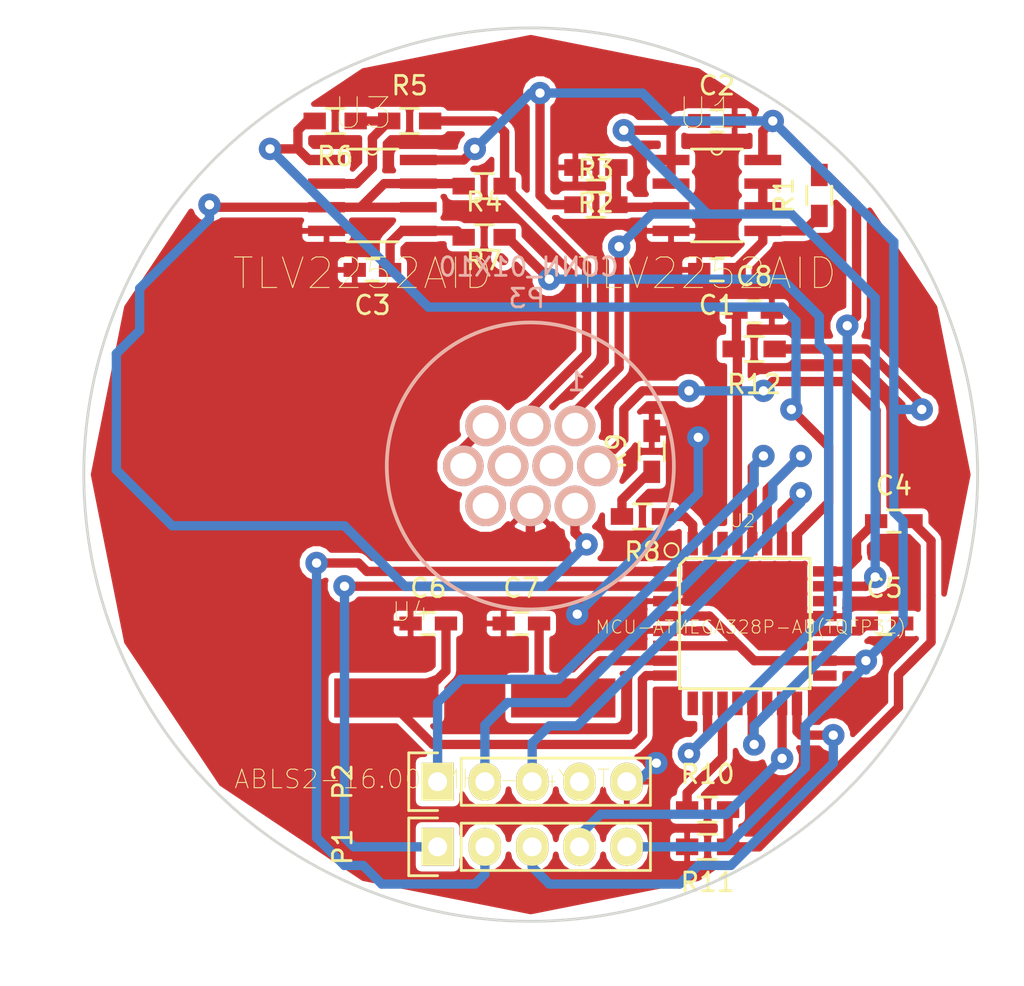
<source format=kicad_pcb>
(kicad_pcb (version 20171130) (host pcbnew "(5.1.12)-1")

  (general
    (thickness 1.6)
    (drawings 2)
    (tracks 297)
    (zones 0)
    (modules 28)
    (nets 31)
  )

  (page A4)
  (layers
    (0 F.Cu signal)
    (31 B.Cu signal)
    (32 B.Adhes user hide)
    (33 F.Adhes user hide)
    (34 B.Paste user hide)
    (35 F.Paste user hide)
    (36 B.SilkS user hide)
    (37 F.SilkS user hide)
    (38 B.Mask user hide)
    (39 F.Mask user hide)
    (40 Dwgs.User user hide)
    (41 Cmts.User user hide)
    (42 Eco1.User user hide)
    (43 Eco2.User user hide)
    (44 Edge.Cuts user)
    (45 Margin user hide)
    (46 B.CrtYd user hide)
    (47 F.CrtYd user hide)
    (48 B.Fab user hide)
    (49 F.Fab user hide)
  )

  (setup
    (last_trace_width 0.25)
    (user_trace_width 0.3)
    (user_trace_width 0.4)
    (user_trace_width 0.5)
    (trace_clearance 0.25)
    (zone_clearance 0.3)
    (zone_45_only no)
    (trace_min 0.25)
    (via_size 0.6)
    (via_drill 0.4)
    (via_min_size 0.4)
    (via_min_drill 0.3)
    (user_via 0.8 0.4)
    (user_via 1 0.5)
    (user_via 1.2 0.5)
    (uvia_size 0.3)
    (uvia_drill 0.1)
    (uvias_allowed no)
    (uvia_min_size 0.2)
    (uvia_min_drill 0.1)
    (edge_width 0.15)
    (segment_width 0.2)
    (pcb_text_width 0.3)
    (pcb_text_size 1.5 1.5)
    (mod_edge_width 0.15)
    (mod_text_size 1 1)
    (mod_text_width 0.15)
    (pad_size 2 2)
    (pad_drill 1.00076)
    (pad_to_mask_clearance 0.2)
    (aux_axis_origin 0 0)
    (visible_elements 7FFFFFFF)
    (pcbplotparams
      (layerselection 0x00030_80000001)
      (usegerberextensions false)
      (usegerberattributes true)
      (usegerberadvancedattributes true)
      (creategerberjobfile true)
      (excludeedgelayer true)
      (linewidth 0.100000)
      (plotframeref false)
      (viasonmask false)
      (mode 1)
      (useauxorigin false)
      (hpglpennumber 1)
      (hpglpenspeed 20)
      (hpglpendiameter 15.000000)
      (psnegative false)
      (psa4output false)
      (plotreference true)
      (plotvalue true)
      (plotinvisibletext false)
      (padsonsilk false)
      (subtractmaskfromsilk false)
      (outputformat 1)
      (mirror false)
      (drillshape 1)
      (scaleselection 1)
      (outputdirectory ""))
  )

  (net 0 "")
  (net 1 GND)
  (net 2 +5V)
  (net 3 "Net-(C1-Pad1)")
  (net 4 2.5v)
  (net 5 "Net-(C3-Pad1)")
  (net 6 PIN_VS)
  (net 7 "Net-(C4-Pad2)")
  (net 8 "Net-(R2-Pad1)")
  (net 9 "Net-(R5-Pad1)")
  (net 10 IP)
  (net 11 PIN_IPA)
  (net 12 RCAL)
  (net 13 OUT_NARROWBAND)
  (net 14 OUT_LINEAR)
  (net 15 POUT_WIDE)
  (net 16 POUT_IP)
  (net 17 POUT_NARROW)
  (net 18 POUT_VS)
  (net 19 "Net-(C5-Pad1)")
  (net 20 "Net-(C6-Pad2)")
  (net 21 "Net-(C7-Pad2)")
  (net 22 "Net-(C8-Pad1)")
  (net 23 CSEL2)
  (net 24 DSEL)
  (net 25 SIN)
  (net 26 SCLK)
  (net 27 LATCH)
  (net 28 CSEL0)
  (net 29 CSEL1)
  (net 30 H+)

  (net_class Default "Ceci est la Netclass par défaut"
    (clearance 0.25)
    (trace_width 0.25)
    (via_dia 0.6)
    (via_drill 0.4)
    (uvia_dia 0.3)
    (uvia_drill 0.1)
    (add_net +5V)
    (add_net 2.5v)
    (add_net CSEL0)
    (add_net CSEL1)
    (add_net CSEL2)
    (add_net DSEL)
    (add_net GND)
    (add_net H+)
    (add_net IP)
    (add_net LATCH)
    (add_net "Net-(C1-Pad1)")
    (add_net "Net-(C3-Pad1)")
    (add_net "Net-(C4-Pad2)")
    (add_net "Net-(C5-Pad1)")
    (add_net "Net-(C6-Pad2)")
    (add_net "Net-(C7-Pad2)")
    (add_net "Net-(C8-Pad1)")
    (add_net "Net-(R2-Pad1)")
    (add_net "Net-(R5-Pad1)")
    (add_net OUT_LINEAR)
    (add_net OUT_NARROWBAND)
    (add_net PIN_IPA)
    (add_net PIN_VS)
    (add_net POUT_IP)
    (add_net POUT_NARROW)
    (add_net POUT_VS)
    (add_net POUT_WIDE)
    (add_net RCAL)
    (add_net SCLK)
    (add_net SIN)
  )

  (module Barrettes:Pin_Header_Straight_1x05 (layer F.Cu) (tedit 54EA0684) (tstamp 55F805BB)
    (at 76 141 90)
    (descr "Through hole pin header")
    (tags "pin header")
    (path /55FBF5A3)
    (fp_text reference P1 (at 0 -5.1 90) (layer F.SilkS)
      (effects (font (size 1 1) (thickness 0.15)))
    )
    (fp_text value CONN_01X05 (at 0 -3.1 90) (layer F.Fab)
      (effects (font (size 1 1) (thickness 0.15)))
    )
    (fp_line (start 1.27 1.27) (end -1.27 1.27) (layer F.SilkS) (width 0.15))
    (fp_line (start -1.27 11.43) (end -1.27 1.27) (layer F.SilkS) (width 0.15))
    (fp_line (start 1.27 11.43) (end -1.27 11.43) (layer F.SilkS) (width 0.15))
    (fp_line (start 1.27 1.27) (end 1.27 11.43) (layer F.SilkS) (width 0.15))
    (fp_line (start -1.75 11.95) (end 1.75 11.95) (layer F.CrtYd) (width 0.05))
    (fp_line (start -1.75 -1.75) (end 1.75 -1.75) (layer F.CrtYd) (width 0.05))
    (fp_line (start 1.75 -1.75) (end 1.75 11.95) (layer F.CrtYd) (width 0.05))
    (fp_line (start -1.75 -1.75) (end -1.75 11.95) (layer F.CrtYd) (width 0.05))
    (fp_line (start 1.55 -1.55) (end 1.55 0) (layer F.SilkS) (width 0.15))
    (fp_line (start -1.55 -1.55) (end 1.55 -1.55) (layer F.SilkS) (width 0.15))
    (fp_line (start -1.55 0) (end -1.55 -1.55) (layer F.SilkS) (width 0.15))
    (pad 1 thru_hole rect (at 0 0 90) (size 2.032 1.7272) (drill 1.016) (layers *.Cu *.Mask F.SilkS)
      (net 25 SIN))
    (pad 2 thru_hole oval (at 0 2.54 90) (size 2.032 1.7272) (drill 1.016) (layers *.Cu *.Mask F.SilkS)
      (net 26 SCLK))
    (pad 3 thru_hole oval (at 0 5.08 90) (size 2.032 1.7272) (drill 1.016) (layers *.Cu *.Mask F.SilkS)
      (net 23 CSEL2))
    (pad 4 thru_hole oval (at 0 7.62 90) (size 2.032 1.7272) (drill 1.016) (layers *.Cu *.Mask F.SilkS)
      (net 24 DSEL))
    (pad 5 thru_hole oval (at 0 10.16 90) (size 2.032 1.7272) (drill 1.016) (layers *.Cu *.Mask F.SilkS)
      (net 2 +5V))
    (model Connecteurs/Barrettes/Barrettes.pretty/3dPackage/Pin_Header_Straight_1x05.wrl
      (offset (xyz 0 -5.079999923706055 0))
      (scale (xyz 1 1 1))
      (rotate (xyz 0 0 90))
    )
  )

  (module Barrettes:Pin_Header_Straight_1x05 (layer F.Cu) (tedit 54EA0684) (tstamp 55FAB0A1)
    (at 76 137.5 90)
    (descr "Through hole pin header")
    (tags "pin header")
    (path /55FBF5F9)
    (fp_text reference P2 (at 0 -5.1 90) (layer F.SilkS)
      (effects (font (size 1 1) (thickness 0.15)))
    )
    (fp_text value CONN_01X05 (at 0 -3.1 90) (layer F.Fab)
      (effects (font (size 1 1) (thickness 0.15)))
    )
    (fp_line (start 1.27 1.27) (end -1.27 1.27) (layer F.SilkS) (width 0.15))
    (fp_line (start -1.27 11.43) (end -1.27 1.27) (layer F.SilkS) (width 0.15))
    (fp_line (start 1.27 11.43) (end -1.27 11.43) (layer F.SilkS) (width 0.15))
    (fp_line (start 1.27 1.27) (end 1.27 11.43) (layer F.SilkS) (width 0.15))
    (fp_line (start -1.75 11.95) (end 1.75 11.95) (layer F.CrtYd) (width 0.05))
    (fp_line (start -1.75 -1.75) (end 1.75 -1.75) (layer F.CrtYd) (width 0.05))
    (fp_line (start 1.75 -1.75) (end 1.75 11.95) (layer F.CrtYd) (width 0.05))
    (fp_line (start -1.75 -1.75) (end -1.75 11.95) (layer F.CrtYd) (width 0.05))
    (fp_line (start 1.55 -1.55) (end 1.55 0) (layer F.SilkS) (width 0.15))
    (fp_line (start -1.55 -1.55) (end 1.55 -1.55) (layer F.SilkS) (width 0.15))
    (fp_line (start -1.55 0) (end -1.55 -1.55) (layer F.SilkS) (width 0.15))
    (pad 1 thru_hole rect (at 0 0 90) (size 2.032 1.7272) (drill 1.016) (layers *.Cu *.Mask F.SilkS)
      (net 27 LATCH))
    (pad 2 thru_hole oval (at 0 2.54 90) (size 2.032 1.7272) (drill 1.016) (layers *.Cu *.Mask F.SilkS)
      (net 28 CSEL0))
    (pad 3 thru_hole oval (at 0 5.08 90) (size 2.032 1.7272) (drill 1.016) (layers *.Cu *.Mask F.SilkS)
      (net 29 CSEL1))
    (pad 4 thru_hole oval (at 0 7.62 90) (size 2.032 1.7272) (drill 1.016) (layers *.Cu *.Mask F.SilkS))
    (pad 5 thru_hole oval (at 0 10.16 90) (size 2.032 1.7272) (drill 1.016) (layers *.Cu *.Mask F.SilkS)
      (net 1 GND))
    (model Connecteurs/Barrettes/Barrettes.pretty/3dPackage/Pin_Header_Straight_1x05.wrl
      (offset (xyz 0 -5.079999923706055 0))
      (scale (xyz 1 1 1))
      (rotate (xyz 0 0 90))
    )
  )

  (module resistances:R_0603_HandSoldering (layer F.Cu) (tedit 5418A00F) (tstamp 55FAB999)
    (at 96.5 106 90)
    (descr "Resistor SMD 0603, hand soldering")
    (tags "resistor 0603")
    (path /55FAC7CC/55FAD732)
    (attr smd)
    (fp_text reference R1 (at 0 -1.9 90) (layer F.SilkS)
      (effects (font (size 1 1) (thickness 0.15)))
    )
    (fp_text value 470k (at 0 1.9 90) (layer F.Fab)
      (effects (font (size 1 1) (thickness 0.15)))
    )
    (fp_line (start -0.5 -0.675) (end 0.5 -0.675) (layer F.SilkS) (width 0.15))
    (fp_line (start 0.5 0.675) (end -0.5 0.675) (layer F.SilkS) (width 0.15))
    (fp_line (start 2 -0.8) (end 2 0.8) (layer F.CrtYd) (width 0.05))
    (fp_line (start -2 -0.8) (end -2 0.8) (layer F.CrtYd) (width 0.05))
    (fp_line (start -2 0.8) (end 2 0.8) (layer F.CrtYd) (width 0.05))
    (fp_line (start -2 -0.8) (end 2 -0.8) (layer F.CrtYd) (width 0.05))
    (pad 1 smd rect (at -1.1 0 90) (size 1.2 0.9) (layers F.Cu F.Paste F.Mask)
      (net 3 "Net-(C1-Pad1)"))
    (pad 2 smd rect (at 1.1 0 90) (size 1.2 0.9) (layers F.Cu F.Paste F.Mask)
      (net 15 POUT_WIDE))
    (model resistances/resistances.pretty/3dpackage/R_0603_HandSoldering.wrl
      (at (xyz 0 0 0))
      (scale (xyz 1 1 1))
      (rotate (xyz 0 0 0))
    )
  )

  (module condensateurs:C_0603_HandSoldering (layer F.Cu) (tedit 541A9B4D) (tstamp 55FBF714)
    (at 91 110 180)
    (descr "Capacitor SMD 0603, hand soldering")
    (tags "capacitor 0603")
    (path /55FAC7CC/55FAD7F6)
    (attr smd)
    (fp_text reference C1 (at 0 -1.9 180) (layer F.SilkS)
      (effects (font (size 1 1) (thickness 0.15)))
    )
    (fp_text value 10nF (at 0 1.9 180) (layer F.Fab)
      (effects (font (size 1 1) (thickness 0.15)))
    )
    (fp_line (start 0.35 0.6) (end -0.35 0.6) (layer F.SilkS) (width 0.15))
    (fp_line (start -0.35 -0.6) (end 0.35 -0.6) (layer F.SilkS) (width 0.15))
    (fp_line (start 1.85 -0.75) (end 1.85 0.75) (layer F.CrtYd) (width 0.05))
    (fp_line (start -1.85 -0.75) (end -1.85 0.75) (layer F.CrtYd) (width 0.05))
    (fp_line (start -1.85 0.75) (end 1.85 0.75) (layer F.CrtYd) (width 0.05))
    (fp_line (start -1.85 -0.75) (end 1.85 -0.75) (layer F.CrtYd) (width 0.05))
    (pad 1 smd rect (at -0.95 0 180) (size 1.2 0.75) (layers F.Cu F.Paste F.Mask)
      (net 3 "Net-(C1-Pad1)"))
    (pad 2 smd rect (at 0.95 0 180) (size 1.2 0.75) (layers F.Cu F.Paste F.Mask)
      (net 1 GND))
    (model Condensateurs/condensateurs.pretty/3dPackage/C_0603_HandSoldering.wrl
      (at (xyz 0 0 0))
      (scale (xyz 1 1 1))
      (rotate (xyz 0 0 0))
    )
  )

  (module condensateurs:C_0603_HandSoldering (layer F.Cu) (tedit 541A9B4D) (tstamp 55FBF720)
    (at 91 102)
    (descr "Capacitor SMD 0603, hand soldering")
    (tags "capacitor 0603")
    (path /55FAC7CC/55FAD506)
    (attr smd)
    (fp_text reference C2 (at 0 -1.9) (layer F.SilkS)
      (effects (font (size 1 1) (thickness 0.15)))
    )
    (fp_text value 100nF (at 0 1.9) (layer F.Fab)
      (effects (font (size 1 1) (thickness 0.15)))
    )
    (fp_line (start 0.35 0.6) (end -0.35 0.6) (layer F.SilkS) (width 0.15))
    (fp_line (start -0.35 -0.6) (end 0.35 -0.6) (layer F.SilkS) (width 0.15))
    (fp_line (start 1.85 -0.75) (end 1.85 0.75) (layer F.CrtYd) (width 0.05))
    (fp_line (start -1.85 -0.75) (end -1.85 0.75) (layer F.CrtYd) (width 0.05))
    (fp_line (start -1.85 0.75) (end 1.85 0.75) (layer F.CrtYd) (width 0.05))
    (fp_line (start -1.85 -0.75) (end 1.85 -0.75) (layer F.CrtYd) (width 0.05))
    (pad 1 smd rect (at -0.95 0) (size 1.2 0.75) (layers F.Cu F.Paste F.Mask)
      (net 4 2.5v))
    (pad 2 smd rect (at 0.95 0) (size 1.2 0.75) (layers F.Cu F.Paste F.Mask)
      (net 1 GND))
    (model Condensateurs/condensateurs.pretty/3dPackage/C_0603_HandSoldering.wrl
      (at (xyz 0 0 0))
      (scale (xyz 1 1 1))
      (rotate (xyz 0 0 0))
    )
  )

  (module condensateurs:C_0603_HandSoldering (layer F.Cu) (tedit 541A9B4D) (tstamp 55FBF72C)
    (at 72.5 110 180)
    (descr "Capacitor SMD 0603, hand soldering")
    (tags "capacitor 0603")
    (path /55FBEC71/55FBEF38)
    (attr smd)
    (fp_text reference C3 (at 0 -1.9 180) (layer F.SilkS)
      (effects (font (size 1 1) (thickness 0.15)))
    )
    (fp_text value 10nF (at 0 1.9 180) (layer F.Fab)
      (effects (font (size 1 1) (thickness 0.15)))
    )
    (fp_line (start 0.35 0.6) (end -0.35 0.6) (layer F.SilkS) (width 0.15))
    (fp_line (start -0.35 -0.6) (end 0.35 -0.6) (layer F.SilkS) (width 0.15))
    (fp_line (start 1.85 -0.75) (end 1.85 0.75) (layer F.CrtYd) (width 0.05))
    (fp_line (start -1.85 -0.75) (end -1.85 0.75) (layer F.CrtYd) (width 0.05))
    (fp_line (start -1.85 0.75) (end 1.85 0.75) (layer F.CrtYd) (width 0.05))
    (fp_line (start -1.85 -0.75) (end 1.85 -0.75) (layer F.CrtYd) (width 0.05))
    (pad 1 smd rect (at -0.95 0 180) (size 1.2 0.75) (layers F.Cu F.Paste F.Mask)
      (net 5 "Net-(C3-Pad1)"))
    (pad 2 smd rect (at 0.95 0 180) (size 1.2 0.75) (layers F.Cu F.Paste F.Mask)
      (net 1 GND))
    (model Condensateurs/condensateurs.pretty/3dPackage/C_0603_HandSoldering.wrl
      (at (xyz 0 0 0))
      (scale (xyz 1 1 1))
      (rotate (xyz 0 0 0))
    )
  )

  (module condensateurs:C_0603_HandSoldering (layer F.Cu) (tedit 541A9B4D) (tstamp 55FBF738)
    (at 100.5 123.5)
    (descr "Capacitor SMD 0603, hand soldering")
    (tags "capacitor 0603")
    (path /55FBF4E6/55FBF98A)
    (attr smd)
    (fp_text reference C4 (at 0 -1.9) (layer F.SilkS)
      (effects (font (size 1 1) (thickness 0.15)))
    )
    (fp_text value 100nF (at 0 1.9) (layer F.Fab)
      (effects (font (size 1 1) (thickness 0.15)))
    )
    (fp_line (start 0.35 0.6) (end -0.35 0.6) (layer F.SilkS) (width 0.15))
    (fp_line (start -0.35 -0.6) (end 0.35 -0.6) (layer F.SilkS) (width 0.15))
    (fp_line (start 1.85 -0.75) (end 1.85 0.75) (layer F.CrtYd) (width 0.05))
    (fp_line (start -1.85 -0.75) (end -1.85 0.75) (layer F.CrtYd) (width 0.05))
    (fp_line (start -1.85 0.75) (end 1.85 0.75) (layer F.CrtYd) (width 0.05))
    (fp_line (start -1.85 -0.75) (end 1.85 -0.75) (layer F.CrtYd) (width 0.05))
    (pad 1 smd rect (at -0.95 0) (size 1.2 0.75) (layers F.Cu F.Paste F.Mask)
      (net 6 PIN_VS))
    (pad 2 smd rect (at 0.95 0) (size 1.2 0.75) (layers F.Cu F.Paste F.Mask)
      (net 7 "Net-(C4-Pad2)"))
    (model Condensateurs/condensateurs.pretty/3dPackage/C_0603_HandSoldering.wrl
      (at (xyz 0 0 0))
      (scale (xyz 1 1 1))
      (rotate (xyz 0 0 0))
    )
  )

  (module resistances:R_0603_HandSoldering (layer F.Cu) (tedit 5418A00F) (tstamp 55FBF744)
    (at 84.5 104.5 180)
    (descr "Resistor SMD 0603, hand soldering")
    (tags "resistor 0603")
    (path /55FAC7CC/55FAD30D)
    (attr smd)
    (fp_text reference R2 (at 0 -1.9 180) (layer F.SilkS)
      (effects (font (size 1 1) (thickness 0.15)))
    )
    (fp_text value 1.2k (at 0 1.9 180) (layer F.Fab)
      (effects (font (size 1 1) (thickness 0.15)))
    )
    (fp_line (start -0.5 -0.675) (end 0.5 -0.675) (layer F.SilkS) (width 0.15))
    (fp_line (start 0.5 0.675) (end -0.5 0.675) (layer F.SilkS) (width 0.15))
    (fp_line (start 2 -0.8) (end 2 0.8) (layer F.CrtYd) (width 0.05))
    (fp_line (start -2 -0.8) (end -2 0.8) (layer F.CrtYd) (width 0.05))
    (fp_line (start -2 0.8) (end 2 0.8) (layer F.CrtYd) (width 0.05))
    (fp_line (start -2 -0.8) (end 2 -0.8) (layer F.CrtYd) (width 0.05))
    (pad 1 smd rect (at -1.1 0 180) (size 1.2 0.9) (layers F.Cu F.Paste F.Mask)
      (net 8 "Net-(R2-Pad1)"))
    (pad 2 smd rect (at 1.1 0 180) (size 1.2 0.9) (layers F.Cu F.Paste F.Mask)
      (net 1 GND))
    (model resistances/resistances.pretty/3dpackage/R_0603_HandSoldering.wrl
      (at (xyz 0 0 0))
      (scale (xyz 1 1 1))
      (rotate (xyz 0 0 0))
    )
  )

  (module resistances:R_0603_HandSoldering (layer F.Cu) (tedit 5418A00F) (tstamp 55FBF750)
    (at 84.5 106.5)
    (descr "Resistor SMD 0603, hand soldering")
    (tags "resistor 0603")
    (path /55FAC7CC/55FAD28F)
    (attr smd)
    (fp_text reference R3 (at 0 -1.9) (layer F.SilkS)
      (effects (font (size 1 1) (thickness 0.15)))
    )
    (fp_text value 1.2k (at 0 1.9) (layer F.Fab)
      (effects (font (size 1 1) (thickness 0.15)))
    )
    (fp_line (start -0.5 -0.675) (end 0.5 -0.675) (layer F.SilkS) (width 0.15))
    (fp_line (start 0.5 0.675) (end -0.5 0.675) (layer F.SilkS) (width 0.15))
    (fp_line (start 2 -0.8) (end 2 0.8) (layer F.CrtYd) (width 0.05))
    (fp_line (start -2 -0.8) (end -2 0.8) (layer F.CrtYd) (width 0.05))
    (fp_line (start -2 0.8) (end 2 0.8) (layer F.CrtYd) (width 0.05))
    (fp_line (start -2 -0.8) (end 2 -0.8) (layer F.CrtYd) (width 0.05))
    (pad 1 smd rect (at -1.1 0) (size 1.2 0.9) (layers F.Cu F.Paste F.Mask)
      (net 2 +5V))
    (pad 2 smd rect (at 1.1 0) (size 1.2 0.9) (layers F.Cu F.Paste F.Mask)
      (net 8 "Net-(R2-Pad1)"))
    (model resistances/resistances.pretty/3dpackage/R_0603_HandSoldering.wrl
      (at (xyz 0 0 0))
      (scale (xyz 1 1 1))
      (rotate (xyz 0 0 0))
    )
  )

  (module resistances:R_0603_HandSoldering (layer F.Cu) (tedit 5418A00F) (tstamp 55FBF75C)
    (at 78.5 108.25)
    (descr "Resistor SMD 0603, hand soldering")
    (tags "resistor 0603")
    (path /55FBEC71/55FBEEDF)
    (attr smd)
    (fp_text reference R4 (at 0 -1.9) (layer F.SilkS)
      (effects (font (size 1 1) (thickness 0.15)))
    )
    (fp_text value 470k (at 0 1.9) (layer F.Fab)
      (effects (font (size 1 1) (thickness 0.15)))
    )
    (fp_line (start -0.5 -0.675) (end 0.5 -0.675) (layer F.SilkS) (width 0.15))
    (fp_line (start 0.5 0.675) (end -0.5 0.675) (layer F.SilkS) (width 0.15))
    (fp_line (start 2 -0.8) (end 2 0.8) (layer F.CrtYd) (width 0.05))
    (fp_line (start -2 -0.8) (end -2 0.8) (layer F.CrtYd) (width 0.05))
    (fp_line (start -2 0.8) (end 2 0.8) (layer F.CrtYd) (width 0.05))
    (fp_line (start -2 -0.8) (end 2 -0.8) (layer F.CrtYd) (width 0.05))
    (pad 1 smd rect (at -1.1 0) (size 1.2 0.9) (layers F.Cu F.Paste F.Mask)
      (net 5 "Net-(C3-Pad1)"))
    (pad 2 smd rect (at 1.1 0) (size 1.2 0.9) (layers F.Cu F.Paste F.Mask)
      (net 16 POUT_IP))
    (model resistances/resistances.pretty/3dpackage/R_0603_HandSoldering.wrl
      (at (xyz 0 0 0))
      (scale (xyz 1 1 1))
      (rotate (xyz 0 0 0))
    )
  )

  (module resistances:R_0603_HandSoldering (layer F.Cu) (tedit 5418A00F) (tstamp 55FBF768)
    (at 74.5 102)
    (descr "Resistor SMD 0603, hand soldering")
    (tags "resistor 0603")
    (path /55FBEC71/55FBF198)
    (attr smd)
    (fp_text reference R5 (at 0 -1.9) (layer F.SilkS)
      (effects (font (size 1 1) (thickness 0.15)))
    )
    (fp_text value 22k (at 0 1.9) (layer F.Fab)
      (effects (font (size 1 1) (thickness 0.15)))
    )
    (fp_line (start -0.5 -0.675) (end 0.5 -0.675) (layer F.SilkS) (width 0.15))
    (fp_line (start 0.5 0.675) (end -0.5 0.675) (layer F.SilkS) (width 0.15))
    (fp_line (start 2 -0.8) (end 2 0.8) (layer F.CrtYd) (width 0.05))
    (fp_line (start -2 -0.8) (end -2 0.8) (layer F.CrtYd) (width 0.05))
    (fp_line (start -2 0.8) (end 2 0.8) (layer F.CrtYd) (width 0.05))
    (fp_line (start -2 -0.8) (end 2 -0.8) (layer F.CrtYd) (width 0.05))
    (pad 1 smd rect (at -1.1 0) (size 1.2 0.9) (layers F.Cu F.Paste F.Mask)
      (net 9 "Net-(R5-Pad1)"))
    (pad 2 smd rect (at 1.1 0) (size 1.2 0.9) (layers F.Cu F.Paste F.Mask)
      (net 10 IP))
    (model resistances/resistances.pretty/3dpackage/R_0603_HandSoldering.wrl
      (at (xyz 0 0 0))
      (scale (xyz 1 1 1))
      (rotate (xyz 0 0 0))
    )
  )

  (module resistances:R_0603_HandSoldering (layer F.Cu) (tedit 5418A00F) (tstamp 55FBF774)
    (at 70.5 102 180)
    (descr "Resistor SMD 0603, hand soldering")
    (tags "resistor 0603")
    (path /55FBEC71/55FBF0FD)
    (attr smd)
    (fp_text reference R6 (at 0 -1.9 180) (layer F.SilkS)
      (effects (font (size 1 1) (thickness 0.15)))
    )
    (fp_text value 330k (at 0 1.9 180) (layer F.Fab)
      (effects (font (size 1 1) (thickness 0.15)))
    )
    (fp_line (start -0.5 -0.675) (end 0.5 -0.675) (layer F.SilkS) (width 0.15))
    (fp_line (start 0.5 0.675) (end -0.5 0.675) (layer F.SilkS) (width 0.15))
    (fp_line (start 2 -0.8) (end 2 0.8) (layer F.CrtYd) (width 0.05))
    (fp_line (start -2 -0.8) (end -2 0.8) (layer F.CrtYd) (width 0.05))
    (fp_line (start -2 0.8) (end 2 0.8) (layer F.CrtYd) (width 0.05))
    (fp_line (start -2 -0.8) (end 2 -0.8) (layer F.CrtYd) (width 0.05))
    (pad 1 smd rect (at -1.1 0 180) (size 1.2 0.9) (layers F.Cu F.Paste F.Mask)
      (net 9 "Net-(R5-Pad1)"))
    (pad 2 smd rect (at 1.1 0 180) (size 1.2 0.9) (layers F.Cu F.Paste F.Mask)
      (net 11 PIN_IPA))
    (model resistances/resistances.pretty/3dpackage/R_0603_HandSoldering.wrl
      (at (xyz 0 0 0))
      (scale (xyz 1 1 1))
      (rotate (xyz 0 0 0))
    )
  )

  (module resistances:R_0603_HandSoldering (layer F.Cu) (tedit 5600F4A1) (tstamp 55FBF780)
    (at 78.5 105.5 180)
    (descr "Resistor SMD 0603, hand soldering")
    (tags "resistor 0603")
    (path /55FBEC71/55FBED95)
    (attr smd)
    (fp_text reference R7 (at 0 -4 180) (layer F.SilkS)
      (effects (font (size 1 1) (thickness 0.15)))
    )
    (fp_text value 62 (at 0 1.9 180) (layer F.Fab)
      (effects (font (size 1 1) (thickness 0.15)))
    )
    (fp_line (start -0.5 -0.675) (end 0.5 -0.675) (layer F.SilkS) (width 0.15))
    (fp_line (start 0.5 0.675) (end -0.5 0.675) (layer F.SilkS) (width 0.15))
    (fp_line (start 2 -0.8) (end 2 0.8) (layer F.CrtYd) (width 0.05))
    (fp_line (start -2 -0.8) (end -2 0.8) (layer F.CrtYd) (width 0.05))
    (fp_line (start -2 0.8) (end 2 0.8) (layer F.CrtYd) (width 0.05))
    (fp_line (start -2 -0.8) (end 2 -0.8) (layer F.CrtYd) (width 0.05))
    (pad 1 smd rect (at -1.1 0 180) (size 1.2 0.9) (layers F.Cu F.Paste F.Mask)
      (net 10 IP))
    (pad 2 smd rect (at 1.1 0 180) (size 1.2 0.9) (layers F.Cu F.Paste F.Mask)
      (net 12 RCAL))
    (model resistances/resistances.pretty/3dpackage/R_0603_HandSoldering.wrl
      (at (xyz 0 0 0))
      (scale (xyz 1 1 1))
      (rotate (xyz 0 0 0))
    )
  )

  (module resistances:R_0603_HandSoldering (layer F.Cu) (tedit 5418A00F) (tstamp 55FBF78C)
    (at 87 123.25 180)
    (descr "Resistor SMD 0603, hand soldering")
    (tags "resistor 0603")
    (path /55FBF4E6/55FBF4EF)
    (attr smd)
    (fp_text reference R8 (at 0 -1.9 180) (layer F.SilkS)
      (effects (font (size 1 1) (thickness 0.15)))
    )
    (fp_text value 47k (at 0 1.9 180) (layer F.Fab)
      (effects (font (size 1 1) (thickness 0.15)))
    )
    (fp_line (start -0.5 -0.675) (end 0.5 -0.675) (layer F.SilkS) (width 0.15))
    (fp_line (start 0.5 0.675) (end -0.5 0.675) (layer F.SilkS) (width 0.15))
    (fp_line (start 2 -0.8) (end 2 0.8) (layer F.CrtYd) (width 0.05))
    (fp_line (start -2 -0.8) (end -2 0.8) (layer F.CrtYd) (width 0.05))
    (fp_line (start -2 0.8) (end 2 0.8) (layer F.CrtYd) (width 0.05))
    (fp_line (start -2 -0.8) (end 2 -0.8) (layer F.CrtYd) (width 0.05))
    (pad 1 smd rect (at -1.1 0 180) (size 1.2 0.9) (layers F.Cu F.Paste F.Mask)
      (net 17 POUT_NARROW))
    (pad 2 smd rect (at 1.1 0 180) (size 1.2 0.9) (layers F.Cu F.Paste F.Mask)
      (net 13 OUT_NARROWBAND))
    (model resistances/resistances.pretty/3dpackage/R_0603_HandSoldering.wrl
      (at (xyz 0 0 0))
      (scale (xyz 1 1 1))
      (rotate (xyz 0 0 0))
    )
  )

  (module resistances:R_0603_HandSoldering (layer F.Cu) (tedit 5418A00F) (tstamp 55FBF798)
    (at 87.5 119.75 90)
    (descr "Resistor SMD 0603, hand soldering")
    (tags "resistor 0603")
    (path /55FBF4E6/55FBF55A)
    (attr smd)
    (fp_text reference R9 (at 0 -1.9 90) (layer F.SilkS)
      (effects (font (size 1 1) (thickness 0.15)))
    )
    (fp_text value 10k (at 0 1.9 90) (layer F.Fab)
      (effects (font (size 1 1) (thickness 0.15)))
    )
    (fp_line (start -0.5 -0.675) (end 0.5 -0.675) (layer F.SilkS) (width 0.15))
    (fp_line (start 0.5 0.675) (end -0.5 0.675) (layer F.SilkS) (width 0.15))
    (fp_line (start 2 -0.8) (end 2 0.8) (layer F.CrtYd) (width 0.05))
    (fp_line (start -2 -0.8) (end -2 0.8) (layer F.CrtYd) (width 0.05))
    (fp_line (start -2 0.8) (end 2 0.8) (layer F.CrtYd) (width 0.05))
    (fp_line (start -2 -0.8) (end 2 -0.8) (layer F.CrtYd) (width 0.05))
    (pad 1 smd rect (at -1.1 0 90) (size 1.2 0.9) (layers F.Cu F.Paste F.Mask)
      (net 13 OUT_NARROWBAND))
    (pad 2 smd rect (at 1.1 0 90) (size 1.2 0.9) (layers F.Cu F.Paste F.Mask)
      (net 1 GND))
    (model resistances/resistances.pretty/3dpackage/R_0603_HandSoldering.wrl
      (at (xyz 0 0 0))
      (scale (xyz 1 1 1))
      (rotate (xyz 0 0 0))
    )
  )

  (module resistances:R_0603_HandSoldering (layer F.Cu) (tedit 5418A00F) (tstamp 55FBF7A4)
    (at 90.5 139)
    (descr "Resistor SMD 0603, hand soldering")
    (tags "resistor 0603")
    (path /55FBF4E6/55FBF782)
    (attr smd)
    (fp_text reference R10 (at 0 -1.9) (layer F.SilkS)
      (effects (font (size 1 1) (thickness 0.15)))
    )
    (fp_text value 10k (at 0 1.9) (layer F.Fab)
      (effects (font (size 1 1) (thickness 0.15)))
    )
    (fp_line (start -0.5 -0.675) (end 0.5 -0.675) (layer F.SilkS) (width 0.15))
    (fp_line (start 0.5 0.675) (end -0.5 0.675) (layer F.SilkS) (width 0.15))
    (fp_line (start 2 -0.8) (end 2 0.8) (layer F.CrtYd) (width 0.05))
    (fp_line (start -2 -0.8) (end -2 0.8) (layer F.CrtYd) (width 0.05))
    (fp_line (start -2 0.8) (end 2 0.8) (layer F.CrtYd) (width 0.05))
    (fp_line (start -2 -0.8) (end 2 -0.8) (layer F.CrtYd) (width 0.05))
    (pad 1 smd rect (at -1.1 0) (size 1.2 0.9) (layers F.Cu F.Paste F.Mask)
      (net 18 POUT_VS))
    (pad 2 smd rect (at 1.1 0) (size 1.2 0.9) (layers F.Cu F.Paste F.Mask)
      (net 7 "Net-(C4-Pad2)"))
    (model resistances/resistances.pretty/3dpackage/R_0603_HandSoldering.wrl
      (at (xyz 0 0 0))
      (scale (xyz 1 1 1))
      (rotate (xyz 0 0 0))
    )
  )

  (module resistances:R_0603_HandSoldering (layer F.Cu) (tedit 5418A00F) (tstamp 55FBF7B0)
    (at 90.5 141 180)
    (descr "Resistor SMD 0603, hand soldering")
    (tags "resistor 0603")
    (path /55FBF4E6/55FBF809)
    (attr smd)
    (fp_text reference R11 (at 0 -1.9 180) (layer F.SilkS)
      (effects (font (size 1 1) (thickness 0.15)))
    )
    (fp_text value 10k (at 0 1.9 180) (layer F.Fab)
      (effects (font (size 1 1) (thickness 0.15)))
    )
    (fp_line (start -0.5 -0.675) (end 0.5 -0.675) (layer F.SilkS) (width 0.15))
    (fp_line (start 0.5 0.675) (end -0.5 0.675) (layer F.SilkS) (width 0.15))
    (fp_line (start 2 -0.8) (end 2 0.8) (layer F.CrtYd) (width 0.05))
    (fp_line (start -2 -0.8) (end -2 0.8) (layer F.CrtYd) (width 0.05))
    (fp_line (start -2 0.8) (end 2 0.8) (layer F.CrtYd) (width 0.05))
    (fp_line (start -2 -0.8) (end 2 -0.8) (layer F.CrtYd) (width 0.05))
    (pad 1 smd rect (at -1.1 0 180) (size 1.2 0.9) (layers F.Cu F.Paste F.Mask)
      (net 7 "Net-(C4-Pad2)"))
    (pad 2 smd rect (at 1.1 0 180) (size 1.2 0.9) (layers F.Cu F.Paste F.Mask)
      (net 1 GND))
    (model resistances/resistances.pretty/3dpackage/R_0603_HandSoldering.wrl
      (at (xyz 0 0 0))
      (scale (xyz 1 1 1))
      (rotate (xyz 0 0 0))
    )
  )

  (module Amplificateur_Operationel:SOIC127P600X175-8N (layer F.Cu) (tedit 0) (tstamp 55FBF7BC)
    (at 91 106)
    (path /55FAC7CC/55FBAF48)
    (solder_mask_margin 0.1)
    (attr smd)
    (fp_text reference U1 (at -0.508 -4.4196) (layer F.SilkS)
      (effects (font (size 1.64 1.64) (thickness 0.05)))
    )
    (fp_text value TLV2252AID (at -0.5334 4.191) (layer F.SilkS)
      (effects (font (size 1.64 1.64) (thickness 0.05)))
    )
    (fp_line (start -0.3048 -2.4892) (end -1.3716 -2.4892) (layer F.SilkS) (width 0.1524))
    (fp_line (start 0.3048 -2.4892) (end -0.3048 -2.4892) (layer F.SilkS) (width 0.1524))
    (fp_line (start 1.3716 -2.4892) (end 0.3048 -2.4892) (layer F.SilkS) (width 0.1524))
    (fp_line (start -1.3716 2.4892) (end 1.3716 2.4892) (layer F.SilkS) (width 0.1524))
    (fp_arc (start 0 -2.4892) (end -0.3048 -2.4892) (angle -180) (layer F.SilkS) (width 0.1))
    (pad 1 smd rect (at -2.4638 -1.905) (size 1.9812 0.5588) (layers F.Cu F.Paste F.Mask)
      (net 4 2.5v) (solder_mask_margin 0.2))
    (pad 2 smd rect (at -2.4638 -0.635) (size 1.9812 0.5588) (layers F.Cu F.Paste F.Mask)
      (net 4 2.5v) (solder_mask_margin 0.2))
    (pad 3 smd rect (at -2.4638 0.635) (size 1.9812 0.5588) (layers F.Cu F.Paste F.Mask)
      (net 8 "Net-(R2-Pad1)") (solder_mask_margin 0.2))
    (pad 4 smd rect (at -2.4638 1.905) (size 1.9812 0.5588) (layers F.Cu F.Paste F.Mask)
      (net 1 GND) (solder_mask_margin 0.2))
    (pad 5 smd rect (at 2.4638 1.905) (size 1.9812 0.5588) (layers F.Cu F.Paste F.Mask)
      (net 3 "Net-(C1-Pad1)") (solder_mask_margin 0.2))
    (pad 6 smd rect (at 2.4638 0.635) (size 1.9812 0.5588) (layers F.Cu F.Paste F.Mask)
      (net 14 OUT_LINEAR) (solder_mask_margin 0.2))
    (pad 7 smd rect (at 2.4638 -0.635) (size 1.9812 0.5588) (layers F.Cu F.Paste F.Mask)
      (net 14 OUT_LINEAR) (solder_mask_margin 0.2))
    (pad 8 smd rect (at 2.4638 -1.905) (size 1.9812 0.5588) (layers F.Cu F.Paste F.Mask)
      (net 2 +5V) (solder_mask_margin 0.2))
    (model "Circuit Intégré/Amplificateur_Operationel/Amplificateur_Operationel.pretty/3dPackage/SOIC-8_3.9x4.9mm_Pitch1.27mm.wrl"
      (at (xyz 0 0 0))
      (scale (xyz 1 1 1))
      (rotate (xyz 0 0 0))
    )
  )

  (module atmel:TQFP32-0.8-7X7MM (layer F.Cu) (tedit 0) (tstamp 55FBF7E6)
    (at 92.5 129)
    (descr "<B>Thin Plasic Quad Flat Package</B> Grid 0.8 mm")
    (path /55FBB281/55FBB28A)
    (solder_mask_margin 0.1)
    (attr smd)
    (fp_text reference U2 (at -0.127 -5.5245) (layer F.SilkS)
      (effects (font (size 0.7 0.7) (thickness 0.05)))
    )
    (fp_text value "MCU-ATMEGA328P-AU(TQFP32)" (at 0.3175 0.1905) (layer F.SilkS)
      (effects (font (size 0.7 0.7) (thickness 0.05)))
    )
    (fp_circle (center -3.937 -3.937) (end -3.556 -3.937) (layer F.SilkS) (width 0.1))
    (fp_line (start -3.15 -3.505) (end -3.505 -3.15) (layer F.SilkS) (width 0.1524))
    (fp_line (start -3.15 -3.505) (end 3.505 -3.505) (layer F.SilkS) (width 0.1524))
    (fp_line (start -3.505 3.505) (end -3.505 -3.15) (layer F.SilkS) (width 0.1524))
    (fp_line (start 3.505 3.505) (end -3.505 3.505) (layer F.SilkS) (width 0.1524))
    (fp_line (start 3.505 -3.505) (end 3.505 3.505) (layer F.SilkS) (width 0.1524))
    (pad 1 smd rect (at -4.2926 -2.8) (size 1.27 0.5588) (layers F.Cu F.Paste F.Mask)
      (net 26 SCLK) (solder_mask_margin 0.2))
    (pad 2 smd rect (at -4.2926 -2) (size 1.27 0.5588) (layers F.Cu F.Paste F.Mask)
      (net 25 SIN) (solder_mask_margin 0.2))
    (pad 3 smd rect (at -4.2926 -1.2) (size 1.27 0.5588) (layers F.Cu F.Paste F.Mask)
      (net 1 GND) (solder_mask_margin 0.2))
    (pad 4 smd rect (at -4.2926 -0.4) (size 1.27 0.5588) (layers F.Cu F.Paste F.Mask)
      (net 2 +5V) (solder_mask_margin 0.2))
    (pad 5 smd rect (at -4.2926 0.4) (size 1.27 0.5588) (layers F.Cu F.Paste F.Mask)
      (net 1 GND) (solder_mask_margin 0.2))
    (pad 6 smd rect (at -4.2926 1.2) (size 1.27 0.5588) (layers F.Cu F.Paste F.Mask)
      (net 2 +5V) (solder_mask_margin 0.2))
    (pad 7 smd rect (at -4.2926 2) (size 1.27 0.5588) (layers F.Cu F.Paste F.Mask)
      (net 21 "Net-(C7-Pad2)") (solder_mask_margin 0.2))
    (pad 8 smd rect (at -4.2926 2.8) (size 1.27 0.5588) (layers F.Cu F.Paste F.Mask)
      (net 20 "Net-(C6-Pad2)") (solder_mask_margin 0.2))
    (pad 9 smd rect (at -2.8 4.2926) (size 0.5588 1.27) (layers F.Cu F.Paste F.Mask)
      (solder_mask_margin 0.2))
    (pad 10 smd rect (at -2 4.2926) (size 0.5588 1.27) (layers F.Cu F.Paste F.Mask)
      (net 16 POUT_IP) (solder_mask_margin 0.2))
    (pad 11 smd rect (at -1.2 4.2926) (size 0.5588 1.27) (layers F.Cu F.Paste F.Mask)
      (net 18 POUT_VS) (solder_mask_margin 0.2))
    (pad 12 smd rect (at -0.4 4.2926) (size 0.5588 1.27) (layers F.Cu F.Paste F.Mask)
      (solder_mask_margin 0.2))
    (pad 13 smd rect (at 0.4 4.2926) (size 0.5588 1.27) (layers F.Cu F.Paste F.Mask)
      (net 15 POUT_WIDE) (solder_mask_margin 0.2))
    (pad 14 smd rect (at 1.2 4.2926) (size 0.5588 1.27) (layers F.Cu F.Paste F.Mask)
      (solder_mask_margin 0.2))
    (pad 15 smd rect (at 2 4.2926) (size 0.5588 1.27) (layers F.Cu F.Paste F.Mask)
      (net 24 DSEL) (solder_mask_margin 0.2))
    (pad 16 smd rect (at 2.8 4.2926) (size 0.5588 1.27) (layers F.Cu F.Paste F.Mask)
      (net 23 CSEL2) (solder_mask_margin 0.2))
    (pad 17 smd rect (at 4.2926 2.8) (size 1.27 0.5588) (layers F.Cu F.Paste F.Mask)
      (solder_mask_margin 0.2))
    (pad 18 smd rect (at 4.2926 2) (size 1.27 0.5588) (layers F.Cu F.Paste F.Mask)
      (net 2 +5V) (solder_mask_margin 0.2))
    (pad 19 smd rect (at 4.2926 1.2) (size 1.27 0.5588) (layers F.Cu F.Paste F.Mask)
      (solder_mask_margin 0.2))
    (pad 20 smd rect (at 4.2926 0.4) (size 1.27 0.5588) (layers F.Cu F.Paste F.Mask)
      (net 19 "Net-(C5-Pad1)") (solder_mask_margin 0.2))
    (pad 21 smd rect (at 4.2926 -0.4) (size 1.27 0.5588) (layers F.Cu F.Paste F.Mask)
      (net 1 GND) (solder_mask_margin 0.2))
    (pad 22 smd rect (at 4.2926 -1.2) (size 1.27 0.5588) (layers F.Cu F.Paste F.Mask)
      (solder_mask_margin 0.2))
    (pad 23 smd rect (at 4.2926 -2) (size 1.27 0.5588) (layers F.Cu F.Paste F.Mask)
      (net 4 2.5v) (solder_mask_margin 0.2))
    (pad 24 smd rect (at 4.2926 -2.8) (size 1.27 0.5588) (layers F.Cu F.Paste F.Mask)
      (net 6 PIN_VS) (solder_mask_margin 0.2))
    (pad 25 smd rect (at 2.8 -4.2926) (size 0.5588 1.27) (layers F.Cu F.Paste F.Mask)
      (net 11 PIN_IPA) (solder_mask_margin 0.2))
    (pad 26 smd rect (at 2 -4.2926) (size 0.5588 1.27) (layers F.Cu F.Paste F.Mask)
      (net 29 CSEL1) (solder_mask_margin 0.2))
    (pad 27 smd rect (at 1.2 -4.2926) (size 0.5588 1.27) (layers F.Cu F.Paste F.Mask)
      (net 28 CSEL0) (solder_mask_margin 0.2))
    (pad 28 smd rect (at 0.4 -4.2926) (size 0.5588 1.27) (layers F.Cu F.Paste F.Mask)
      (net 27 LATCH) (solder_mask_margin 0.2))
    (pad 29 smd rect (at -0.4 -4.2926) (size 0.5588 1.27) (layers F.Cu F.Paste F.Mask)
      (net 22 "Net-(C8-Pad1)") (solder_mask_margin 0.2))
    (pad 30 smd rect (at -1.2 -4.2926) (size 0.5588 1.27) (layers F.Cu F.Paste F.Mask)
      (solder_mask_margin 0.2))
    (pad 31 smd rect (at -2 -4.2926) (size 0.5588 1.27) (layers F.Cu F.Paste F.Mask)
      (solder_mask_margin 0.2))
    (pad 32 smd rect (at -2.8 -4.2926) (size 0.5588 1.27) (layers F.Cu F.Paste F.Mask)
      (net 17 POUT_NARROW) (solder_mask_margin 0.2))
    (model "Circuit Intégré/Microcontroleur/Atmel/atmel.pretty/3dPackage/TQFP-32_7x7mm_Pitch0-8mm.wrl"
      (at (xyz 0 0 0))
      (scale (xyz 1 1 1))
      (rotate (xyz 0 0 0))
    )
  )

  (module Amplificateur_Operationel:SOIC127P600X175-8N (layer F.Cu) (tedit 0) (tstamp 55FBF7E7)
    (at 72.5 106)
    (path /55FBEC71/55FBEC7C)
    (solder_mask_margin 0.1)
    (attr smd)
    (fp_text reference U3 (at -0.508 -4.4196) (layer F.SilkS)
      (effects (font (size 1.64 1.64) (thickness 0.05)))
    )
    (fp_text value TLV2252AID (at -0.5334 4.191) (layer F.SilkS)
      (effects (font (size 1.64 1.64) (thickness 0.05)))
    )
    (fp_line (start -0.3048 -2.4892) (end -1.3716 -2.4892) (layer F.SilkS) (width 0.1524))
    (fp_line (start 0.3048 -2.4892) (end -0.3048 -2.4892) (layer F.SilkS) (width 0.1524))
    (fp_line (start 1.3716 -2.4892) (end 0.3048 -2.4892) (layer F.SilkS) (width 0.1524))
    (fp_line (start -1.3716 2.4892) (end 1.3716 2.4892) (layer F.SilkS) (width 0.1524))
    (fp_arc (start 0 -2.4892) (end -0.3048 -2.4892) (angle -180) (layer F.SilkS) (width 0.1))
    (pad 1 smd rect (at -2.4638 -1.905) (size 1.9812 0.5588) (layers F.Cu F.Paste F.Mask)
      (net 11 PIN_IPA) (solder_mask_margin 0.2))
    (pad 2 smd rect (at -2.4638 -0.635) (size 1.9812 0.5588) (layers F.Cu F.Paste F.Mask)
      (net 9 "Net-(R5-Pad1)") (solder_mask_margin 0.2))
    (pad 3 smd rect (at -2.4638 0.635) (size 1.9812 0.5588) (layers F.Cu F.Paste F.Mask)
      (net 12 RCAL) (solder_mask_margin 0.2))
    (pad 4 smd rect (at -2.4638 1.905) (size 1.9812 0.5588) (layers F.Cu F.Paste F.Mask)
      (net 1 GND) (solder_mask_margin 0.2))
    (pad 5 smd rect (at 2.4638 1.905) (size 1.9812 0.5588) (layers F.Cu F.Paste F.Mask)
      (net 5 "Net-(C3-Pad1)") (solder_mask_margin 0.2))
    (pad 6 smd rect (at 2.4638 0.635) (size 1.9812 0.5588) (layers F.Cu F.Paste F.Mask)
      (net 12 RCAL) (solder_mask_margin 0.2))
    (pad 7 smd rect (at 2.4638 -0.635) (size 1.9812 0.5588) (layers F.Cu F.Paste F.Mask)
      (net 12 RCAL) (solder_mask_margin 0.2))
    (pad 8 smd rect (at 2.4638 -1.905) (size 1.9812 0.5588) (layers F.Cu F.Paste F.Mask)
      (net 2 +5V) (solder_mask_margin 0.2))
    (model "Circuit Intégré/Amplificateur_Operationel/Amplificateur_Operationel.pretty/3dPackage/SOIC-8_3.9x4.9mm_Pitch1.27mm.wrl"
      (at (xyz 0 0 0))
      (scale (xyz 1 1 1))
      (rotate (xyz 0 0 0))
    )
  )

  (module condensateurs:C_0603_HandSoldering (layer F.Cu) (tedit 541A9B4D) (tstamp 56012FE6)
    (at 100 129)
    (descr "Capacitor SMD 0603, hand soldering")
    (tags "capacitor 0603")
    (path /55FBB281/55FC756B)
    (attr smd)
    (fp_text reference C5 (at 0 -1.9) (layer F.SilkS)
      (effects (font (size 1 1) (thickness 0.15)))
    )
    (fp_text value 100nF (at 0 1.9) (layer F.Fab)
      (effects (font (size 1 1) (thickness 0.15)))
    )
    (fp_line (start 0.35 0.6) (end -0.35 0.6) (layer F.SilkS) (width 0.15))
    (fp_line (start -0.35 -0.6) (end 0.35 -0.6) (layer F.SilkS) (width 0.15))
    (fp_line (start 1.85 -0.75) (end 1.85 0.75) (layer F.CrtYd) (width 0.05))
    (fp_line (start -1.85 -0.75) (end -1.85 0.75) (layer F.CrtYd) (width 0.05))
    (fp_line (start -1.85 0.75) (end 1.85 0.75) (layer F.CrtYd) (width 0.05))
    (fp_line (start -1.85 -0.75) (end 1.85 -0.75) (layer F.CrtYd) (width 0.05))
    (pad 1 smd rect (at -0.95 0) (size 1.2 0.75) (layers F.Cu F.Paste F.Mask)
      (net 19 "Net-(C5-Pad1)"))
    (pad 2 smd rect (at 0.95 0) (size 1.2 0.75) (layers F.Cu F.Paste F.Mask)
      (net 1 GND))
    (model Condensateurs/condensateurs.pretty/3dPackage/C_0603_HandSoldering.wrl
      (at (xyz 0 0 0))
      (scale (xyz 1 1 1))
      (rotate (xyz 0 0 0))
    )
  )

  (module Quartz:HC-49 (layer F.Cu) (tedit 0) (tstamp 560132A4)
    (at 78 133)
    (path /55FBB281/5601374A)
    (solder_mask_margin 0.1)
    (attr smd)
    (fp_text reference U4 (at -3.46 -4.635) (layer F.SilkS)
      (effects (font (size 1 1) (thickness 0.05)))
    )
    (fp_text value ABLS2-16.000MHZ-D4Y-T (at -2.825 4.365) (layer F.SilkS)
      (effects (font (size 1 1) (thickness 0.05)))
    )
    (fp_line (start -5.7011 -2.3491) (end -5.7011 2.3509) (layer Dwgs.User) (width 0.254))
    (fp_line (start 5.6989 -2.3491) (end -5.7011 -2.3491) (layer Dwgs.User) (width 0.254))
    (fp_line (start 5.6989 2.3509) (end 5.6989 -2.3491) (layer Dwgs.User) (width 0.254))
    (fp_line (start -5.7011 2.3509) (end 5.6989 2.3509) (layer Dwgs.User) (width 0.254))
    (pad 1 smd rect (at -4.7517 0.0013) (size 5.6 2.1) (layers F.Cu F.Paste F.Mask)
      (net 20 "Net-(C6-Pad2)") (solder_mask_margin 0.2))
    (pad 2 smd rect (at 4.7483 0.0013) (size 5.6 2.1) (layers F.Cu F.Paste F.Mask)
      (net 21 "Net-(C7-Pad2)") (solder_mask_margin 0.2))
    (model Quartz/Quartz.pretty/3dPackage/Q_49U3HMS.wrl
      (at (xyz 0 0 0))
      (scale (xyz 1 1 1))
      (rotate (xyz 0 0 0))
    )
  )

  (module condensateurs:C_0603_HandSoldering (layer F.Cu) (tedit 541A9B4D) (tstamp 560133B1)
    (at 75.5 129)
    (descr "Capacitor SMD 0603, hand soldering")
    (tags "capacitor 0603")
    (path /55FBB281/560137E4)
    (attr smd)
    (fp_text reference C6 (at 0 -1.9) (layer F.SilkS)
      (effects (font (size 1 1) (thickness 0.15)))
    )
    (fp_text value 1nF (at 0 1.9) (layer F.Fab)
      (effects (font (size 1 1) (thickness 0.15)))
    )
    (fp_line (start 0.35 0.6) (end -0.35 0.6) (layer F.SilkS) (width 0.15))
    (fp_line (start -0.35 -0.6) (end 0.35 -0.6) (layer F.SilkS) (width 0.15))
    (fp_line (start 1.85 -0.75) (end 1.85 0.75) (layer F.CrtYd) (width 0.05))
    (fp_line (start -1.85 -0.75) (end -1.85 0.75) (layer F.CrtYd) (width 0.05))
    (fp_line (start -1.85 0.75) (end 1.85 0.75) (layer F.CrtYd) (width 0.05))
    (fp_line (start -1.85 -0.75) (end 1.85 -0.75) (layer F.CrtYd) (width 0.05))
    (pad 1 smd rect (at -0.95 0) (size 1.2 0.75) (layers F.Cu F.Paste F.Mask)
      (net 1 GND))
    (pad 2 smd rect (at 0.95 0) (size 1.2 0.75) (layers F.Cu F.Paste F.Mask)
      (net 20 "Net-(C6-Pad2)"))
    (model Condensateurs/condensateurs.pretty/3dPackage/C_0603_HandSoldering.wrl
      (at (xyz 0 0 0))
      (scale (xyz 1 1 1))
      (rotate (xyz 0 0 0))
    )
  )

  (module condensateurs:C_0603_HandSoldering (layer F.Cu) (tedit 541A9B4D) (tstamp 560133BD)
    (at 80.5 129)
    (descr "Capacitor SMD 0603, hand soldering")
    (tags "capacitor 0603")
    (path /55FBB281/5601383A)
    (attr smd)
    (fp_text reference C7 (at 0 -1.9) (layer F.SilkS)
      (effects (font (size 1 1) (thickness 0.15)))
    )
    (fp_text value 1nF (at 0 1.9) (layer F.Fab)
      (effects (font (size 1 1) (thickness 0.15)))
    )
    (fp_line (start 0.35 0.6) (end -0.35 0.6) (layer F.SilkS) (width 0.15))
    (fp_line (start -0.35 -0.6) (end 0.35 -0.6) (layer F.SilkS) (width 0.15))
    (fp_line (start 1.85 -0.75) (end 1.85 0.75) (layer F.CrtYd) (width 0.05))
    (fp_line (start -1.85 -0.75) (end -1.85 0.75) (layer F.CrtYd) (width 0.05))
    (fp_line (start -1.85 0.75) (end 1.85 0.75) (layer F.CrtYd) (width 0.05))
    (fp_line (start -1.85 -0.75) (end 1.85 -0.75) (layer F.CrtYd) (width 0.05))
    (pad 1 smd rect (at -0.95 0) (size 1.2 0.75) (layers F.Cu F.Paste F.Mask)
      (net 1 GND))
    (pad 2 smd rect (at 0.95 0) (size 1.2 0.75) (layers F.Cu F.Paste F.Mask)
      (net 21 "Net-(C7-Pad2)"))
    (model Condensateurs/condensateurs.pretty/3dPackage/C_0603_HandSoldering.wrl
      (at (xyz 0 0 0))
      (scale (xyz 1 1 1))
      (rotate (xyz 0 0 0))
    )
  )

  (module condensateurs:C_0603_HandSoldering (layer F.Cu) (tedit 541A9B4D) (tstamp 560133C9)
    (at 93 112.25)
    (descr "Capacitor SMD 0603, hand soldering")
    (tags "capacitor 0603")
    (path /55FBB281/56013DD7)
    (attr smd)
    (fp_text reference C8 (at 0 -1.9) (layer F.SilkS)
      (effects (font (size 1 1) (thickness 0.15)))
    )
    (fp_text value 100nF (at 0 1.9) (layer F.Fab)
      (effects (font (size 1 1) (thickness 0.15)))
    )
    (fp_line (start 0.35 0.6) (end -0.35 0.6) (layer F.SilkS) (width 0.15))
    (fp_line (start -0.35 -0.6) (end 0.35 -0.6) (layer F.SilkS) (width 0.15))
    (fp_line (start 1.85 -0.75) (end 1.85 0.75) (layer F.CrtYd) (width 0.05))
    (fp_line (start -1.85 -0.75) (end -1.85 0.75) (layer F.CrtYd) (width 0.05))
    (fp_line (start -1.85 0.75) (end 1.85 0.75) (layer F.CrtYd) (width 0.05))
    (fp_line (start -1.85 -0.75) (end 1.85 -0.75) (layer F.CrtYd) (width 0.05))
    (pad 1 smd rect (at -0.95 0) (size 1.2 0.75) (layers F.Cu F.Paste F.Mask)
      (net 22 "Net-(C8-Pad1)"))
    (pad 2 smd rect (at 0.95 0) (size 1.2 0.75) (layers F.Cu F.Paste F.Mask)
      (net 1 GND))
    (model Condensateurs/condensateurs.pretty/3dPackage/C_0603_HandSoldering.wrl
      (at (xyz 0 0 0))
      (scale (xyz 1 1 1))
      (rotate (xyz 0 0 0))
    )
  )

  (module resistances:R_0603_HandSoldering (layer F.Cu) (tedit 5418A00F) (tstamp 5601350A)
    (at 93 114.25 180)
    (descr "Resistor SMD 0603, hand soldering")
    (tags "resistor 0603")
    (path /55FBB281/56013ED3)
    (attr smd)
    (fp_text reference R12 (at 0 -1.9 180) (layer F.SilkS)
      (effects (font (size 1 1) (thickness 0.15)))
    )
    (fp_text value 10k (at 0 1.9 180) (layer F.Fab)
      (effects (font (size 1 1) (thickness 0.15)))
    )
    (fp_line (start -0.5 -0.675) (end 0.5 -0.675) (layer F.SilkS) (width 0.15))
    (fp_line (start 0.5 0.675) (end -0.5 0.675) (layer F.SilkS) (width 0.15))
    (fp_line (start 2 -0.8) (end 2 0.8) (layer F.CrtYd) (width 0.05))
    (fp_line (start -2 -0.8) (end -2 0.8) (layer F.CrtYd) (width 0.05))
    (fp_line (start -2 0.8) (end 2 0.8) (layer F.CrtYd) (width 0.05))
    (fp_line (start -2 -0.8) (end 2 -0.8) (layer F.CrtYd) (width 0.05))
    (pad 1 smd rect (at -1.1 0 180) (size 1.2 0.9) (layers F.Cu F.Paste F.Mask)
      (net 2 +5V))
    (pad 2 smd rect (at 1.1 0 180) (size 1.2 0.9) (layers F.Cu F.Paste F.Mask)
      (net 22 "Net-(C8-Pad1)"))
    (model resistances/resistances.pretty/3dpackage/R_0603_HandSoldering.wrl
      (at (xyz 0 0 0))
      (scale (xyz 1 1 1))
      (rotate (xyz 0 0 0))
    )
  )

  (module Connecteurs_JAE:JAE_10Pins (layer B.Cu) (tedit 56026BEF) (tstamp 560303C4)
    (at 81 120.5 180)
    (descr "Through hole pin header")
    (tags "pin header")
    (path /56025E93)
    (fp_text reference P3 (at 0.21 8.97 180) (layer B.SilkS)
      (effects (font (size 1 1) (thickness 0.15)) (justify mirror))
    )
    (fp_text value CONN_01X10 (at 0.11 10.66 180) (layer B.SilkS)
      (effects (font (size 1 1) (thickness 0.15)) (justify mirror))
    )
    (fp_circle (center 0.02 -0.035) (end -7.63 -0.985) (layer B.SilkS) (width 0.2))
    (fp_text user 1 (at -2.46 4.5 180) (layer B.SilkS)
      (effects (font (size 1 1) (thickness 0.15)) (justify mirror))
    )
    (pad 1 thru_hole circle (at -2.37886 2.11908 180) (size 2.1844 2.1844) (drill 1.39954) (layers *.Cu *.Mask B.SilkS)
      (net 4 2.5v))
    (pad 7 thru_hole circle (at 3.61808 -0.02976 180) (size 2.1844 2.1844) (drill 1.39954) (layers *.Cu *.Mask B.SilkS)
      (net 30 H+))
    (pad 3 thru_hole circle (at 2.4192 2.11908 180) (size 2.1844 2.1844) (drill 1.39954) (layers *.Cu *.Mask B.SilkS)
      (net 30 H+))
    (pad 2 thru_hole circle (at 0.0189 2.11908 180) (size 2.1844 2.1844) (drill 1.39954) (layers *.Cu *.Mask B.SilkS)
      (net 10 IP))
    (pad 4 thru_hole circle (at -3.58028 -0.02976 180) (size 2.1844 2.1844) (drill 1.39954) (layers *.Cu *.Mask B.SilkS)
      (net 6 PIN_VS))
    (pad 10 thru_hole circle (at 2.4192 -2.18114 180) (size 2.1844 2.1844) (drill 1.39954) (layers *.Cu *.Mask B.SilkS))
    (pad 9 thru_hole circle (at 0.0189 -2.18114 180) (size 2.1844 2.1844) (drill 1.39954) (layers *.Cu *.Mask B.SilkS)
      (net 1 GND))
    (pad 8 thru_hole circle (at -2.37886 -2.18114 180) (size 2.1844 2.1844) (drill 1.39954) (layers *.Cu *.Mask B.SilkS)
      (net 12 RCAL))
    (pad 6 thru_hole circle (at 1.21778 -0.02976 180) (size 2.1844 2.1844) (drill 1.39954) (layers *.Cu *.Mask B.SilkS))
    (pad 5 thru_hole circle (at -1.17998 -0.02976 180) (size 2.1844 2.1844) (drill 1.39954) (layers *.Cu *.Mask B.SilkS))
  )

  (module PCB:vue3D (layer B.Cu) (tedit 55FBF607) (tstamp 5603D369)
    (at 81 121 180)
    (attr smd)
    (fp_text reference Ref** (at 4 24 180) (layer B.SilkS) hide
      (effects (font (size 1 1) (thickness 0.15)) (justify mirror))
    )
    (fp_text value Val** (at 0 24 180) (layer B.Fab) hide
      (effects (font (size 1 1) (thickness 0.15)) (justify mirror))
    )
    (fp_circle (center 0 0) (end -24 0) (layer B.SilkS) (width 0.1))
    (model C:/Users/aurmy/Documents/GitHub/Universal_Display_Automotive/PCB/UDA.wrl
      (offset (xyz 0 0 -8.889999866485596))
      (scale (xyz 0.4 0.4 0.4))
      (rotate (xyz 0 0 0))
    )
    (model C:/Users/ARRT/Documents/Github/Universal_Display_Automotive/PCB/UDA.wrl
      (offset (xyz 0 0 -8.889999866485596))
      (scale (xyz 0.4 0.4 0.4))
      (rotate (xyz 0 0 0))
    )
  )

  (gr_circle (center 81 121) (end 57 121) (layer Edge.Cuts) (width 0.15))
  (gr_line (start 178.75 54) (end 179 54) (angle 90) (layer Margin) (width 0.2))

  (segment (start 79.4 109.35) (end 79.55 109.5) (width 0.5) (layer F.Cu) (net 0) (tstamp 56013577))
  (segment (start 87.5 118.65) (end 89.65 118.65) (width 0.5) (layer F.Cu) (net 1) (status 400000))
  (via (at 83.5 128.5) (size 1.2) (drill 0.5) (layers F.Cu B.Cu) (net 1))
  (segment (start 90 122) (end 83.5 128.5) (width 0.5) (layer B.Cu) (net 1) (tstamp 56044617))
  (segment (start 90 119) (end 90 122) (width 0.5) (layer B.Cu) (net 1) (tstamp 56044616))
  (via (at 90 119) (size 1.2) (drill 0.5) (layers F.Cu B.Cu) (net 1))
  (segment (start 89.65 118.65) (end 90 119) (width 0.5) (layer F.Cu) (net 1) (tstamp 56044612))
  (segment (start 80.9811 122.68114) (end 80.9811 124.2311) (width 0.5) (layer F.Cu) (net 1))
  (segment (start 80.9811 124.2311) (end 81 124.25) (width 0.5) (layer F.Cu) (net 1) (tstamp 5603DDCF))
  (segment (start 86.16 137.5) (end 86.75 137.5) (width 0.5) (layer B.Cu) (net 1))
  (segment (start 86.75 137.5) (end 87.75 136.5) (width 0.5) (layer B.Cu) (net 1) (tstamp 5603D9CC))
  (via (at 87.75 136.5) (size 1.2) (drill 0.5) (layers F.Cu B.Cu) (net 1))
  (segment (start 102 117.5) (end 102 117.25) (width 0.5) (layer F.Cu) (net 2))
  (via (at 102 117.5) (size 1.2) (drill 0.5) (layers F.Cu B.Cu) (net 2))
  (segment (start 100.5 117.5) (end 102 117.5) (width 0.5) (layer B.Cu) (net 2) (tstamp 56030B4B))
  (segment (start 99 114.25) (end 94.1 114.25) (width 0.5) (layer F.Cu) (net 2) (tstamp 5603DAB9))
  (segment (start 102 117.25) (end 99 114.25) (width 0.5) (layer F.Cu) (net 2) (tstamp 5603DAB6))
  (segment (start 91.5 141) (end 95.75 136.75) (width 0.5) (layer B.Cu) (net 2))
  (segment (start 86.16 141) (end 89.5 141) (width 0.5) (layer B.Cu) (net 2))
  (segment (start 89.5 141) (end 91.5 141) (width 0.5) (layer B.Cu) (net 2))
  (segment (start 99 131.25) (end 99 131) (width 0.5) (layer B.Cu) (net 2) (tstamp 5603D8CA))
  (segment (start 95.75 134.5) (end 99 131.25) (width 0.5) (layer B.Cu) (net 2) (tstamp 5603D8C6))
  (segment (start 95.75 136.75) (end 95.75 134.5) (width 0.5) (layer B.Cu) (net 2) (tstamp 5603D8C2))
  (segment (start 99 131.5) (end 99 131) (width 0.5) (layer B.Cu) (net 2) (tstamp 56030C84))
  (segment (start 93.4638 104.095) (end 93.4638 102.5362) (width 0.5) (layer F.Cu) (net 2))
  (via (at 94 102) (size 1.2) (drill 0.5) (layers F.Cu B.Cu) (net 2))
  (segment (start 93.4638 102.5362) (end 94 102) (width 0.5) (layer F.Cu) (net 2) (tstamp 56030ACD))
  (segment (start 83.4 106.5) (end 82 106.5) (width 0.5) (layer F.Cu) (net 2))
  (via (at 81.5 100.5) (size 1.2) (drill 0.5) (layers F.Cu B.Cu) (net 2))
  (segment (start 81.5 106) (end 81.5 100.5) (width 0.5) (layer F.Cu) (net 2) (tstamp 56030ABF))
  (segment (start 82 106.5) (end 81.5 106) (width 0.5) (layer F.Cu) (net 2) (tstamp 56030ABE))
  (segment (start 96.7926 131) (end 99 131) (width 0.5) (layer F.Cu) (net 2))
  (segment (start 77.405 104.095) (end 78 103.5) (width 0.5) (layer F.Cu) (net 2) (tstamp 5603056F))
  (segment (start 77.405 104.095) (end 74.9638 104.095) (width 0.5) (layer F.Cu) (net 2))
  (via (at 78 103.5) (size 1.2) (drill 0.5) (layers F.Cu B.Cu) (net 2))
  (segment (start 81 100.5) (end 78 103.5) (width 0.5) (layer B.Cu) (net 2) (tstamp 56030AB7))
  (segment (start 87 100.5) (end 81.5 100.5) (width 0.5) (layer B.Cu) (net 2) (tstamp 56030AB4))
  (segment (start 81.5 100.5) (end 81 100.5) (width 0.5) (layer B.Cu) (net 2) (tstamp 56030AC7))
  (segment (start 88.5 102) (end 87 100.5) (width 0.5) (layer B.Cu) (net 2) (tstamp 56030AB2))
  (segment (start 94 102) (end 88.5 102) (width 0.5) (layer B.Cu) (net 2) (tstamp 56030AAE))
  (segment (start 100.5 108.5) (end 94 102) (width 0.5) (layer B.Cu) (net 2) (tstamp 56030A9F))
  (segment (start 100.5 123) (end 100.5 117.5) (width 0.5) (layer B.Cu) (net 2) (tstamp 56030A9D))
  (segment (start 100.5 117.5) (end 100.5 108.5) (width 0.5) (layer B.Cu) (net 2) (tstamp 56030B4E))
  (segment (start 101 123.5) (end 100.5 123) (width 0.5) (layer B.Cu) (net 2) (tstamp 56030A9A))
  (segment (start 101 129) (end 101 123.5) (width 0.5) (layer B.Cu) (net 2) (tstamp 56030A96))
  (segment (start 99 131) (end 101 129) (width 0.5) (layer B.Cu) (net 2) (tstamp 56030A95))
  (via (at 99 131) (size 1.2) (drill 0.5) (layers F.Cu B.Cu) (net 2))
  (segment (start 88.2074 128.6) (end 90.6 128.6) (width 0.5) (layer F.Cu) (net 2))
  (segment (start 90.6 128.6) (end 92.5 130.5) (width 0.5) (layer F.Cu) (net 2) (tstamp 5603098A))
  (segment (start 88.2074 130.2) (end 92.2 130.2) (width 0.5) (layer F.Cu) (net 2))
  (segment (start 93 131) (end 92.5 130.5) (width 0.5) (layer F.Cu) (net 2) (tstamp 56030980))
  (segment (start 93 131) (end 96.7926 131) (width 0.5) (layer F.Cu) (net 2))
  (segment (start 92.2 130.2) (end 92.5 130.5) (width 0.5) (layer F.Cu) (net 2) (tstamp 56030984))
  (segment (start 93.4638 107.905) (end 93.4638 108.4862) (width 0.5) (layer F.Cu) (net 3))
  (segment (start 93.4638 108.4862) (end 91.95 110) (width 0.5) (layer F.Cu) (net 3) (tstamp 560309DD))
  (segment (start 93.4638 107.905) (end 95.695 107.905) (width 0.5) (layer F.Cu) (net 3))
  (segment (start 95.695 107.905) (end 96.5 107.1) (width 0.5) (layer F.Cu) (net 3) (tstamp 560309D0))
  (segment (start 83.37886 118.38092) (end 83.37886 117.62114) (width 0.5) (layer F.Cu) (net 4))
  (segment (start 83.37886 117.62114) (end 85.75 115.25) (width 0.5) (layer F.Cu) (net 4) (tstamp 5603DE5B))
  (segment (start 85.75 115.25) (end 85.75 108.75) (width 0.5) (layer F.Cu) (net 4) (tstamp 5603DE5E))
  (via (at 85.75 108.75) (size 1.2) (drill 0.5) (layers F.Cu B.Cu) (net 4))
  (segment (start 85.75 108.75) (end 87.5 107) (width 0.5) (layer B.Cu) (net 4) (tstamp 5603DE67))
  (segment (start 87.5 107) (end 90.5 107) (width 0.5) (layer B.Cu) (net 4) (tstamp 5603DE68))
  (segment (start 96.7926 127) (end 99 127) (width 0.5) (layer F.Cu) (net 4))
  (segment (start 88.5362 102.5) (end 88.5362 102.4638) (width 0.5) (layer F.Cu) (net 4) (tstamp 56030A69))
  (segment (start 86 102.5) (end 88.5362 102.5) (width 0.5) (layer F.Cu) (net 4) (tstamp 56030A68))
  (via (at 86 102.5) (size 1.2) (drill 0.5) (layers F.Cu B.Cu) (net 4))
  (segment (start 90.5 107) (end 86 102.5) (width 0.5) (layer B.Cu) (net 4) (tstamp 56030A64))
  (segment (start 95 107) (end 90.5 107) (width 0.5) (layer B.Cu) (net 4) (tstamp 56030A5D))
  (segment (start 99.5 111.5) (end 95 107) (width 0.5) (layer B.Cu) (net 4) (tstamp 56030A59))
  (segment (start 99.5 126.5) (end 99.5 111.5) (width 0.5) (layer B.Cu) (net 4) (tstamp 56030A58))
  (via (at 99.5 126.5) (size 1.2) (drill 0.5) (layers F.Cu B.Cu) (net 4))
  (segment (start 99 127) (end 99.5 126.5) (width 0.5) (layer F.Cu) (net 4) (tstamp 56030A52))
  (segment (start 88.5362 104.095) (end 88.5362 102.4638) (width 0.5) (layer F.Cu) (net 4))
  (segment (start 89 102) (end 90.05 102) (width 0.5) (layer F.Cu) (net 4) (tstamp 560309C9))
  (segment (start 88.5362 102.4638) (end 89 102) (width 0.5) (layer F.Cu) (net 4) (tstamp 560309C8))
  (segment (start 88.5362 105.365) (end 88.5362 104.095) (width 0.5) (layer F.Cu) (net 4))
  (segment (start 74.9638 107.905) (end 77.055 107.905) (width 0.5) (layer F.Cu) (net 5))
  (segment (start 77.055 107.905) (end 77.4 108.25) (width 0.5) (layer F.Cu) (net 5) (tstamp 5603DE43))
  (segment (start 74.9638 107.905) (end 74.095 107.905) (width 0.5) (layer F.Cu) (net 5))
  (segment (start 74.095 107.905) (end 73.45 108.55) (width 0.5) (layer F.Cu) (net 5) (tstamp 560305EE))
  (segment (start 73.45 108.55) (end 73.45 110) (width 0.5) (layer F.Cu) (net 5) (tstamp 560305EF))
  (segment (start 95.5 116) (end 94 116) (width 0.5) (layer F.Cu) (net 6))
  (segment (start 99.55 117.55) (end 98 116) (width 0.5) (layer F.Cu) (net 6) (tstamp 56044592))
  (segment (start 98 116) (end 95.5 116) (width 0.5) (layer F.Cu) (net 6) (tstamp 5604459B))
  (segment (start 99.55 123.5) (end 99.55 117.55) (width 0.5) (layer F.Cu) (net 6) (status 400000))
  (segment (start 86 119.11004) (end 84.58028 120.52976) (width 0.5) (layer F.Cu) (net 6) (tstamp 56044604) (status 800000))
  (segment (start 86 117.5) (end 86 119.11004) (width 0.5) (layer F.Cu) (net 6) (tstamp 56044600))
  (segment (start 87 116.5) (end 86 117.5) (width 0.5) (layer F.Cu) (net 6) (tstamp 560445FF))
  (segment (start 89.5 116.5) (end 87 116.5) (width 0.5) (layer F.Cu) (net 6) (tstamp 560445FE))
  (via (at 89.5 116.5) (size 1.2) (drill 0.5) (layers F.Cu B.Cu) (net 6))
  (segment (start 93.5 116.5) (end 89.5 116.5) (width 0.5) (layer B.Cu) (net 6) (tstamp 560445F9))
  (via (at 93.5 116.5) (size 1.2) (drill 0.5) (layers F.Cu B.Cu) (net 6))
  (segment (start 94 116) (end 93.5 116.5) (width 0.5) (layer F.Cu) (net 6) (tstamp 560445F4))
  (segment (start 98.5 125.5) (end 98.5 124.55) (width 0.5) (layer F.Cu) (net 6))
  (segment (start 98.5 124.55) (end 99.55 123.5) (width 0.5) (layer F.Cu) (net 6) (tstamp 5604454D) (status 800000))
  (segment (start 96.7926 126.2) (end 97.8 126.2) (width 0.5) (layer F.Cu) (net 6))
  (segment (start 97.8 126.2) (end 98.5 125.5) (width 0.5) (layer F.Cu) (net 6) (tstamp 560443D5))
  (segment (start 98.5 125.5) (end 98.55 125.45) (width 0.5) (layer F.Cu) (net 6) (tstamp 5604454B))
  (segment (start 102.5 127.5) (end 102.5 124.55) (width 0.5) (layer F.Cu) (net 7))
  (segment (start 102.5 130) (end 102.5 127.5) (width 0.5) (layer F.Cu) (net 7) (tstamp 560443C8))
  (segment (start 93.25 141) (end 95 139.25) (width 0.5) (layer F.Cu) (net 7) (tstamp 5603D84C))
  (segment (start 95 139.25) (end 100.75 133.5) (width 0.5) (layer F.Cu) (net 7) (tstamp 5603D851))
  (segment (start 100.75 133.5) (end 100.75 131.75) (width 0.5) (layer F.Cu) (net 7) (tstamp 5603D855))
  (segment (start 100.75 131.75) (end 101.5 131) (width 0.5) (layer F.Cu) (net 7) (tstamp 5603D867))
  (segment (start 91.6 141) (end 93.25 141) (width 0.5) (layer F.Cu) (net 7))
  (segment (start 101.5 131) (end 102.5 130) (width 0.5) (layer F.Cu) (net 7))
  (segment (start 102.5 124.55) (end 101.45 123.5) (width 0.5) (layer F.Cu) (net 7) (tstamp 56044550) (status 800000))
  (segment (start 91.6 141) (end 91.6 139) (width 0.5) (layer F.Cu) (net 7))
  (segment (start 85.6 104.5) (end 85.6 106.5) (width 0.5) (layer F.Cu) (net 8))
  (segment (start 88.5362 106.635) (end 85.735 106.635) (width 0.5) (layer F.Cu) (net 8))
  (segment (start 85.735 106.635) (end 85.6 106.5) (width 0.5) (layer F.Cu) (net 8) (tstamp 560309BF))
  (segment (start 71.6 102) (end 73.4 102) (width 0.5) (layer F.Cu) (net 9))
  (segment (start 72.5 103) (end 72.5 102.9) (width 0.5) (layer F.Cu) (net 9))
  (segment (start 71.635 105.365) (end 72.5 104.5) (width 0.5) (layer F.Cu) (net 9) (tstamp 5603054F))
  (segment (start 72.5 104.5) (end 72.5 103) (width 0.5) (layer F.Cu) (net 9) (tstamp 56030551))
  (segment (start 70.0362 105.365) (end 71.635 105.365) (width 0.5) (layer F.Cu) (net 9))
  (segment (start 72.5 102.9) (end 73.4 102) (width 0.5) (layer F.Cu) (net 9) (tstamp 56030566))
  (segment (start 84 109.75) (end 83.85 109.75) (width 0.5) (layer F.Cu) (net 10))
  (segment (start 84 114.5) (end 84 109.75) (width 0.5) (layer F.Cu) (net 10) (tstamp 5603DE1A))
  (segment (start 80.9811 117.5189) (end 84 114.5) (width 0.5) (layer F.Cu) (net 10) (tstamp 5603DE18))
  (segment (start 83.85 109.75) (end 79.6 105.5) (width 0.5) (layer F.Cu) (net 10) (tstamp 5603DE4A))
  (segment (start 79.6 105.5) (end 79.75 105.5) (width 0.5) (layer F.Cu) (net 10))
  (segment (start 80.9811 118.38092) (end 80.9811 117.5189) (width 0.5) (layer F.Cu) (net 10))
  (segment (start 75.6 102) (end 79 102) (width 0.5) (layer F.Cu) (net 10))
  (segment (start 79 102) (end 79.6 102.6) (width 0.5) (layer F.Cu) (net 10) (tstamp 56030569))
  (segment (start 79.6 102.6) (end 79.6 105.5) (width 0.5) (layer F.Cu) (net 10) (tstamp 5603056B))
  (segment (start 79.265 105.365) (end 79.4 105.5) (width 0.5) (layer F.Cu) (net 10) (tstamp 5601356E))
  (segment (start 95.25 112.75) (end 95.25 113.25) (width 0.5) (layer B.Cu) (net 11))
  (segment (start 95 117.5) (end 95.25 117.25) (width 0.5) (layer B.Cu) (net 11) (tstamp 560445E4))
  (segment (start 95.25 117.25) (end 95.25 113.25) (width 0.5) (layer B.Cu) (net 11) (tstamp 560445E5))
  (segment (start 97 122.5) (end 95.3 124.2) (width 0.5) (layer F.Cu) (net 11) (tstamp 560445CC) (status 800000))
  (segment (start 97 119.5) (end 95 117.5) (width 0.5) (layer F.Cu) (net 11) (tstamp 560445D0))
  (segment (start 97 122.5) (end 97 119.5) (width 0.5) (layer F.Cu) (net 11) (tstamp 560445CE))
  (via (at 95 117.5) (size 1.2) (drill 0.5) (layers F.Cu B.Cu) (net 11))
  (segment (start 95.25 112.75) (end 95 112.5) (width 0.5) (layer B.Cu) (net 11) (tstamp 560445EB))
  (segment (start 95.3 124.7074) (end 95.3 124.2) (width 0.5) (layer F.Cu) (net 11) (status C00000))
  (segment (start 94 112) (end 75.5 112) (width 0.5) (layer B.Cu) (net 11) (tstamp 56030B6A))
  (segment (start 75.5 112) (end 67 103.5) (width 0.5) (layer B.Cu) (net 11) (tstamp 56030B6B))
  (via (at 67 103.5) (size 1.2) (drill 0.5) (layers F.Cu B.Cu) (net 11))
  (segment (start 67 103.5) (end 68.5 103.5) (width 0.5) (layer F.Cu) (net 11) (tstamp 56030B7A))
  (segment (start 94.5 112) (end 94 112) (width 0.5) (layer B.Cu) (net 11) (tstamp 5603DB44))
  (segment (start 95.25 112.75) (end 95 112.5) (width 0.5) (layer B.Cu) (net 11) (tstamp 5603DB43))
  (segment (start 95 112.5) (end 94.5 112) (width 0.5) (layer B.Cu) (net 11) (tstamp 560445F0))
  (segment (start 95.3 124.7074) (end 95.3 124.7) (width 0.5) (layer F.Cu) (net 11))
  (segment (start 70.0362 104.095) (end 69.095 104.095) (width 0.5) (layer F.Cu) (net 11))
  (segment (start 69.095 104.095) (end 68.5 103.5) (width 0.5) (layer F.Cu) (net 11) (tstamp 560305AD))
  (segment (start 68.5 103.5) (end 68.5 102.5) (width 0.5) (layer F.Cu) (net 11) (tstamp 560305AE))
  (segment (start 68.5 102.5) (end 69 102) (width 0.5) (layer F.Cu) (net 11) (tstamp 560305AF))
  (segment (start 69 102) (end 69.4 102) (width 0.5) (layer F.Cu) (net 11) (tstamp 560305B2))
  (segment (start 83.37886 122.68114) (end 83.37886 124.12886) (width 0.5) (layer F.Cu) (net 12))
  (segment (start 63.885 106.635) (end 70.0362 106.635) (width 0.5) (layer F.Cu) (net 12) (tstamp 5603DDF8))
  (segment (start 63.75 106.5) (end 63.885 106.635) (width 0.5) (layer F.Cu) (net 12) (tstamp 5603DDF7))
  (via (at 63.75 106.5) (size 1.2) (drill 0.5) (layers F.Cu B.Cu) (net 12))
  (segment (start 63.75 107.25) (end 63.75 106.5) (width 0.5) (layer B.Cu) (net 12) (tstamp 5603DDF2))
  (segment (start 60 111) (end 63.75 107.25) (width 0.5) (layer B.Cu) (net 12) (tstamp 5603DDEF))
  (segment (start 60 113.25) (end 60 111) (width 0.5) (layer B.Cu) (net 12) (tstamp 5603DDED))
  (segment (start 58.75 114.5) (end 60 113.25) (width 0.5) (layer B.Cu) (net 12) (tstamp 5603DDE9))
  (segment (start 58.75 120.75) (end 58.75 114.5) (width 0.5) (layer B.Cu) (net 12) (tstamp 5603DDE7))
  (segment (start 61.75 123.75) (end 58.75 120.75) (width 0.5) (layer B.Cu) (net 12) (tstamp 5603DDE6))
  (segment (start 71 123.75) (end 61.75 123.75) (width 0.5) (layer B.Cu) (net 12) (tstamp 5603DDE4))
  (segment (start 74.25 127) (end 71 123.75) (width 0.5) (layer B.Cu) (net 12) (tstamp 5603DDE2))
  (segment (start 81.75 127) (end 74.25 127) (width 0.5) (layer B.Cu) (net 12) (tstamp 5603DDDE))
  (segment (start 84 124.75) (end 81.75 127) (width 0.5) (layer B.Cu) (net 12) (tstamp 5603DDDD))
  (via (at 84 124.75) (size 1.2) (drill 0.5) (layers F.Cu B.Cu) (net 12))
  (segment (start 83.37886 124.12886) (end 84 124.75) (width 0.5) (layer F.Cu) (net 12) (tstamp 5603DDD5))
  (segment (start 74.9638 105.365) (end 77.265 105.365) (width 0.5) (layer F.Cu) (net 12))
  (segment (start 77.265 105.365) (end 77.4 105.5) (width 0.5) (layer F.Cu) (net 12) (tstamp 56030503))
  (segment (start 74.9638 105.365) (end 73.135 105.365) (width 0.5) (layer F.Cu) (net 12))
  (segment (start 73.135 105.365) (end 71.865 106.635) (width 0.5) (layer F.Cu) (net 12) (tstamp 56013569))
  (segment (start 70.0362 106.635) (end 71.865 106.635) (width 0.5) (layer F.Cu) (net 12))
  (segment (start 71.865 106.635) (end 74.9638 106.635) (width 0.5) (layer F.Cu) (net 12) (tstamp 5601356C))
  (segment (start 87.5 120.85) (end 87.4 120.85) (width 0.5) (layer F.Cu) (net 13))
  (segment (start 87.4 120.85) (end 85.9 122.35) (width 0.5) (layer F.Cu) (net 13) (tstamp 5603DB0A))
  (segment (start 85.9 122.35) (end 85.9 123.25) (width 0.5) (layer F.Cu) (net 13) (tstamp 5603DB0B))
  (segment (start 93.4638 105.365) (end 93.4638 106.635) (width 0.5) (layer F.Cu) (net 14))
  (segment (start 98.5 112.5) (end 98 113) (width 0.5) (layer F.Cu) (net 15))
  (segment (start 98.5 108.5) (end 98.5 112.5) (width 0.5) (layer F.Cu) (net 15) (tstamp 56030AF5))
  (segment (start 98.5 106.5) (end 98.5 108.5) (width 0.5) (layer F.Cu) (net 15) (tstamp 56030AF4))
  (segment (start 96.9 104.9) (end 98.5 106.5) (width 0.5) (layer F.Cu) (net 15) (tstamp 56030AF1))
  (segment (start 92.9 135.4) (end 92.9 133.2926) (width 0.5) (layer F.Cu) (net 15) (tstamp 56030B2B))
  (segment (start 93 135.5) (end 92.9 135.4) (width 0.5) (layer F.Cu) (net 15) (tstamp 56030B2A))
  (via (at 93 135.5) (size 1.2) (drill 0.5) (layers F.Cu B.Cu) (net 15))
  (segment (start 93 134.5) (end 93 135.5) (width 0.5) (layer B.Cu) (net 15) (tstamp 56030B22))
  (segment (start 98 129.5) (end 93 134.5) (width 0.5) (layer B.Cu) (net 15) (tstamp 56030B1E))
  (segment (start 98 113) (end 98 129.5) (width 0.5) (layer B.Cu) (net 15) (tstamp 56030B1D))
  (via (at 98 113) (size 1.2) (drill 0.5) (layers F.Cu B.Cu) (net 15))
  (segment (start 98 113) (end 98 113) (width 0.5) (layer F.Cu) (net 15) (tstamp 56030B18))
  (segment (start 96.5 104.9) (end 96.9 104.9) (width 0.5) (layer F.Cu) (net 15))
  (segment (start 97 114.5) (end 97 128.5) (width 0.5) (layer B.Cu) (net 16) (tstamp 56044420))
  (segment (start 96.5 112.5) (end 96.5 114) (width 0.5) (layer B.Cu) (net 16))
  (segment (start 90.5 133.2926) (end 90.5 135) (width 0.5) (layer F.Cu) (net 16))
  (via (at 82 110.5) (size 1.2) (drill 0.5) (layers F.Cu B.Cu) (net 16))
  (segment (start 94.5 110.5) (end 82 110.5) (width 0.5) (layer B.Cu) (net 16) (tstamp 56030A42))
  (segment (start 96.5 112.5) (end 94.5 110.5) (width 0.5) (layer B.Cu) (net 16) (tstamp 56030A3E))
  (segment (start 89.5 136) (end 96.5 129) (width 0.5) (layer B.Cu) (net 16) (tstamp 56030A1C))
  (via (at 89.5 136) (size 1.2) (drill 0.5) (layers F.Cu B.Cu) (net 16))
  (segment (start 90.5 135) (end 89.5 136) (width 0.5) (layer F.Cu) (net 16) (tstamp 56030A15))
  (segment (start 82 110.5) (end 79.75 108.25) (width 0.5) (layer F.Cu) (net 16) (tstamp 5603DE46))
  (segment (start 97 128.5) (end 96.5 129) (width 0.5) (layer B.Cu) (net 16) (tstamp 56044426))
  (segment (start 96.5 114) (end 97 114.5) (width 0.5) (layer B.Cu) (net 16) (tstamp 5604441E))
  (segment (start 79.6 108.25) (end 79.75 108.25) (width 0.5) (layer F.Cu) (net 16))
  (segment (start 89.7 124.7074) (end 89.7 123.7) (width 0.5) (layer F.Cu) (net 17))
  (segment (start 89.25 123.25) (end 88.1 123.25) (width 0.5) (layer F.Cu) (net 17) (tstamp 5603DB07))
  (segment (start 89.7 123.7) (end 89.25 123.25) (width 0.5) (layer F.Cu) (net 17) (tstamp 5603DB06))
  (segment (start 91.3 133.2926) (end 91.3 136.2) (width 0.5) (layer F.Cu) (net 18))
  (segment (start 89.4 138.1) (end 89.4 139) (width 0.5) (layer F.Cu) (net 18) (tstamp 5603099B))
  (segment (start 91.3 136.2) (end 89.4 138.1) (width 0.5) (layer F.Cu) (net 18) (tstamp 56030997))
  (segment (start 96.7926 129.4) (end 98.65 129.4) (width 0.5) (layer F.Cu) (net 19) (status 400000))
  (segment (start 98.65 129.4) (end 99.05 129) (width 0.5) (layer F.Cu) (net 19) (tstamp 56044626) (status 800000))
  (segment (start 76.45 129) (end 76.45 131.55) (width 0.5) (layer F.Cu) (net 20))
  (segment (start 76.45 131.55) (end 76 132) (width 0.5) (layer F.Cu) (net 20) (tstamp 5603097A))
  (segment (start 76 132) (end 73.2483 133.0013) (width 0.5) (layer F.Cu) (net 20) (tstamp 5603097C))
  (segment (start 73.2483 133.0013) (end 74.9987 133.0013) (width 0.5) (layer F.Cu) (net 20))
  (segment (start 74.9987 133.0013) (end 76 132) (width 0.5) (layer F.Cu) (net 20) (tstamp 56030977))
  (segment (start 76 132) (end 73.2483 133.0013) (width 0.5) (layer F.Cu) (net 20) (tstamp 56030979))
  (segment (start 88.2074 131.8) (end 87.2 131.8) (width 0.5) (layer F.Cu) (net 20))
  (segment (start 75.747 135.5) (end 73.2483 133.0013) (width 0.5) (layer F.Cu) (net 20) (tstamp 56030973))
  (segment (start 86.5 135.5) (end 75.747 135.5) (width 0.5) (layer F.Cu) (net 20) (tstamp 56030972))
  (segment (start 87 135) (end 86.5 135.5) (width 0.5) (layer F.Cu) (net 20) (tstamp 56030971))
  (segment (start 87 132) (end 87 135) (width 0.5) (layer F.Cu) (net 20) (tstamp 56030970))
  (segment (start 87.2 131.8) (end 87 132) (width 0.5) (layer F.Cu) (net 20) (tstamp 5603096F))
  (segment (start 81.45 129) (end 81.45 131.703) (width 0.5) (layer F.Cu) (net 21))
  (segment (start 81.45 131.703) (end 82.7483 133.0013) (width 0.5) (layer F.Cu) (net 21) (tstamp 5603097D))
  (segment (start 88.2074 131) (end 84.7496 131) (width 0.5) (layer F.Cu) (net 21))
  (segment (start 84.7496 131) (end 82.7483 133.0013) (width 0.5) (layer F.Cu) (net 21) (tstamp 5603096B))
  (segment (start 92.1 124.7074) (end 92.1 114.45) (width 0.5) (layer F.Cu) (net 22))
  (segment (start 92.1 114.45) (end 91.9 114.25) (width 0.5) (layer F.Cu) (net 22) (tstamp 5603DACF))
  (segment (start 92.05 112.25) (end 92.05 114.1) (width 0.5) (layer F.Cu) (net 22))
  (segment (start 92.05 114.1) (end 91.9 114.25) (width 0.5) (layer F.Cu) (net 22) (tstamp 5603DABD))
  (segment (start 95.3 133.2926) (end 95.3 134.8) (width 0.5) (layer F.Cu) (net 23))
  (segment (start 81.08 142.08) (end 82 143) (width 0.5) (layer B.Cu) (net 23) (tstamp 5603D8CF))
  (segment (start 82 143) (end 89 143) (width 0.5) (layer B.Cu) (net 23) (tstamp 5603D8D0))
  (segment (start 89 143) (end 90 142) (width 0.5) (layer B.Cu) (net 23) (tstamp 5603D8D3))
  (segment (start 90 142) (end 91.75 142) (width 0.5) (layer B.Cu) (net 23) (tstamp 5603D8D8))
  (segment (start 91.75 142) (end 97.25 136.5) (width 0.5) (layer B.Cu) (net 23) (tstamp 5603D8DC))
  (segment (start 97.25 136.5) (end 97.25 135) (width 0.5) (layer B.Cu) (net 23) (tstamp 5603D8E1))
  (via (at 97.25 135) (size 1.2) (drill 0.5) (layers F.Cu B.Cu) (net 23))
  (segment (start 97.25 135) (end 95.5 135) (width 0.5) (layer F.Cu) (net 23) (tstamp 5603D8E6))
  (segment (start 81.08 142.08) (end 81.08 141) (width 0.5) (layer B.Cu) (net 23))
  (segment (start 95.3 134.8) (end 95.5 135) (width 0.5) (layer F.Cu) (net 23) (tstamp 5603D8E9))
  (segment (start 88.5 139.25) (end 91.5 139.25) (width 0.5) (layer B.Cu) (net 24))
  (segment (start 84.75 139.25) (end 88.5 139.25) (width 0.5) (layer B.Cu) (net 24) (tstamp 5603D887))
  (segment (start 83.62 140.38) (end 84.75 139.25) (width 0.5) (layer B.Cu) (net 24) (tstamp 5603D87E))
  (segment (start 94.5 136.25) (end 94.5 133.2926) (width 0.5) (layer F.Cu) (net 24) (tstamp 5603D89B))
  (via (at 94.5 136.25) (size 1.2) (drill 0.5) (layers F.Cu B.Cu) (net 24))
  (segment (start 91.5 139.25) (end 94.5 136.25) (width 0.5) (layer B.Cu) (net 24) (tstamp 5603D895))
  (segment (start 83.62 141) (end 83.62 140.38) (width 0.5) (layer B.Cu) (net 24))
  (segment (start 76 141) (end 71.5 141) (width 0.5) (layer B.Cu) (net 25))
  (segment (start 71 127) (end 88.2074 127) (width 0.5) (layer F.Cu) (net 25) (tstamp 5603D9F1))
  (via (at 71 127) (size 1.2) (drill 0.5) (layers F.Cu B.Cu) (net 25))
  (segment (start 71 140.5) (end 71 127) (width 0.5) (layer B.Cu) (net 25) (tstamp 5603D9E9))
  (segment (start 71.5 141) (end 71 140.5) (width 0.5) (layer B.Cu) (net 25) (tstamp 5603D9E8))
  (segment (start 78.54 141) (end 78.54 142.46) (width 0.5) (layer B.Cu) (net 26))
  (segment (start 72.2 126.2) (end 88.2074 126.2) (width 0.5) (layer F.Cu) (net 26) (tstamp 5603DA13))
  (segment (start 71.75 125.75) (end 72.2 126.2) (width 0.5) (layer F.Cu) (net 26) (tstamp 5603DA12))
  (segment (start 69.5 125.75) (end 71.75 125.75) (width 0.5) (layer F.Cu) (net 26) (tstamp 5603DA11))
  (via (at 69.5 125.75) (size 1.2) (drill 0.5) (layers F.Cu B.Cu) (net 26))
  (segment (start 69.5 140.5) (end 69.5 125.75) (width 0.5) (layer B.Cu) (net 26) (tstamp 5603DA06))
  (segment (start 71 142) (end 69.5 140.5) (width 0.5) (layer B.Cu) (net 26) (tstamp 5603DA04))
  (segment (start 72 142) (end 71 142) (width 0.5) (layer B.Cu) (net 26) (tstamp 5603DA02))
  (segment (start 73 143) (end 72 142) (width 0.5) (layer B.Cu) (net 26) (tstamp 5603D9FF))
  (segment (start 78 143) (end 73 143) (width 0.5) (layer B.Cu) (net 26) (tstamp 5603D9FD))
  (segment (start 78.54 142.46) (end 78 143) (width 0.5) (layer B.Cu) (net 26) (tstamp 5603D9FA))
  (segment (start 92.9 124.7074) (end 92.9 120.6) (width 0.5) (layer F.Cu) (net 27))
  (segment (start 90.5 124) (end 82.5 132) (width 0.5) (layer B.Cu) (net 27) (tstamp 5603DB14))
  (segment (start 82.5 132) (end 77.25 132) (width 0.5) (layer B.Cu) (net 27) (tstamp 5603DB16))
  (segment (start 77.25 132) (end 76 133.25) (width 0.5) (layer B.Cu) (net 27) (tstamp 5603DB18))
  (segment (start 76 133.25) (end 76 137.5) (width 0.5) (layer B.Cu) (net 27) (tstamp 5603DB19))
  (segment (start 93 121.5) (end 90.5 124) (width 0.5) (layer B.Cu) (net 27) (tstamp 560444FB))
  (segment (start 93 120.5) (end 93 121.5) (width 0.5) (layer B.Cu) (net 27) (tstamp 560444FA))
  (segment (start 93.5 120) (end 93 120.5) (width 0.5) (layer B.Cu) (net 27) (tstamp 560444F9))
  (via (at 93.5 120) (size 1.2) (drill 0.5) (layers F.Cu B.Cu) (net 27))
  (segment (start 92.9 120.6) (end 93.5 120) (width 0.5) (layer F.Cu) (net 27) (tstamp 560444F5))
  (segment (start 93.7 124.7074) (end 93.7 121.8) (width 0.5) (layer F.Cu) (net 28))
  (segment (start 91.75 124.5) (end 83 133.25) (width 0.5) (layer B.Cu) (net 28) (tstamp 5603DB57))
  (segment (start 83 133.25) (end 79.75 133.25) (width 0.5) (layer B.Cu) (net 28) (tstamp 5603DB5B))
  (segment (start 79.75 133.25) (end 78.54 134.46) (width 0.5) (layer B.Cu) (net 28) (tstamp 5603DB5F))
  (segment (start 78.54 134.46) (end 78.54 137.5) (width 0.5) (layer B.Cu) (net 28) (tstamp 5603DB60))
  (segment (start 94 122.25) (end 91.75 124.5) (width 0.5) (layer B.Cu) (net 28) (tstamp 56044483))
  (segment (start 94 121.5) (end 94 122.25) (width 0.5) (layer B.Cu) (net 28) (tstamp 56044480))
  (segment (start 95.5 120) (end 94 121.5) (width 0.5) (layer B.Cu) (net 28) (tstamp 5604447F))
  (via (at 95.5 120) (size 1.2) (drill 0.5) (layers F.Cu B.Cu) (net 28))
  (segment (start 93.7 121.8) (end 95.5 120) (width 0.5) (layer F.Cu) (net 28) (tstamp 56044477))
  (segment (start 95.5 122) (end 95.5 122.5) (width 0.5) (layer B.Cu) (net 29))
  (segment (start 94.5 123) (end 95.5 122) (width 0.5) (layer F.Cu) (net 29) (tstamp 56044439))
  (via (at 95.5 122) (size 1.2) (drill 0.5) (layers F.Cu B.Cu) (net 29))
  (segment (start 94.5 124.7074) (end 94.5 123) (width 0.5) (layer F.Cu) (net 29))
  (segment (start 94.5 123.5) (end 95 123) (width 0.5) (layer B.Cu) (net 29) (tstamp 56044451))
  (segment (start 81.08 135.42) (end 81.08 137.5) (width 0.5) (layer B.Cu) (net 29) (tstamp 5603DBB5))
  (segment (start 82 134.5) (end 81.08 135.42) (width 0.5) (layer B.Cu) (net 29) (tstamp 5603DBB3))
  (segment (start 83.5 134.5) (end 82 134.5) (width 0.5) (layer B.Cu) (net 29) (tstamp 5603DBB2))
  (segment (start 93 125) (end 83.5 134.5) (width 0.5) (layer B.Cu) (net 29) (tstamp 5603DBAB))
  (segment (start 93 125) (end 94.5 123.5) (width 0.5) (layer B.Cu) (net 29))
  (segment (start 95.5 122.5) (end 95 123) (width 0.5) (layer B.Cu) (net 29) (tstamp 5604445F))
  (segment (start 77.38192 120.52976) (end 77.38192 119.5798) (width 0.5) (layer F.Cu) (net 30))
  (segment (start 77.38192 119.5798) (end 78.5808 118.38092) (width 0.5) (layer F.Cu) (net 30) (tstamp 5603DE0B))

  (zone (net 1) (net_name GND) (layer F.Cu) (tstamp 56013560) (hatch edge 0.508)
    (connect_pads (clearance 0.3))
    (min_thickness 0.3)
    (fill yes (arc_segments 16) (thermal_gap 0.31) (thermal_bridge_width 0.31))
    (polygon
      (pts
        (xy 54 95.5) (xy 107.5 95.5) (xy 107.5 148.5) (xy 52.5 148.5) (xy 52.5 95.5)
        (xy 54 95.5)
      )
    )
    (filled_polygon
      (pts
        (xy 78.9 104.61) (xy 78.83324 104.622562) (xy 78.680081 104.721117) (xy 78.577332 104.871495) (xy 78.541184 105.05)
        (xy 78.541184 105.95) (xy 78.572562 106.11676) (xy 78.671117 106.269919) (xy 78.821495 106.372668) (xy 79 106.408816)
        (xy 79.518866 106.408816) (xy 83.3 110.189949) (xy 83.3 114.21005) (xy 80.66872 116.84133) (xy 80.108655 117.072745)
        (xy 79.780759 117.40007) (xy 79.455526 117.074269) (xy 78.888908 116.838989) (xy 78.275383 116.838453) (xy 77.708355 117.072745)
        (xy 77.274149 117.506194) (xy 77.038869 118.072812) (xy 77.038333 118.686337) (xy 77.110581 118.861189) (xy 76.919678 119.052092)
        (xy 76.509475 119.221585) (xy 76.075269 119.655034) (xy 75.839989 120.221652) (xy 75.839453 120.835177) (xy 76.073745 121.402205)
        (xy 76.507194 121.836411) (xy 77.073812 122.071691) (xy 77.163964 122.07177) (xy 77.038869 122.373032) (xy 77.038333 122.986557)
        (xy 77.272625 123.553585) (xy 77.706074 123.987791) (xy 78.272692 124.223071) (xy 78.886217 124.223607) (xy 79.453245 123.989315)
        (xy 79.720601 123.722425) (xy 79.946886 123.722425) (xy 80.054916 123.96443) (xy 80.616512 124.22118) (xy 81.233612 124.243474)
        (xy 81.81227 124.027917) (xy 81.907284 123.96443) (xy 82.015314 123.722425) (xy 80.9811 122.688211) (xy 79.946886 123.722425)
        (xy 79.720601 123.722425) (xy 79.793233 123.64992) (xy 79.939815 123.715354) (xy 80.974029 122.68114) (xy 80.959887 122.666998)
        (xy 80.966958 122.659927) (xy 80.9811 122.674069) (xy 80.995243 122.659927) (xy 81.002314 122.666998) (xy 80.988171 122.68114)
        (xy 82.022385 123.715354) (xy 82.167504 123.650573) (xy 82.504134 123.987791) (xy 82.67886 124.060343) (xy 82.67886 124.12886)
        (xy 82.732144 124.396739) (xy 82.883885 124.623835) (xy 82.950051 124.690001) (xy 82.949818 124.957942) (xy 83.109334 125.344)
        (xy 83.265062 125.5) (xy 72.48995 125.5) (xy 72.244975 125.255025) (xy 72.017879 125.103284) (xy 71.75 125.05)
        (xy 70.284851 125.05) (xy 70.095554 124.860372) (xy 69.709774 124.700182) (xy 69.292058 124.699818) (xy 68.906 124.859334)
        (xy 68.610372 125.154446) (xy 68.450182 125.540226) (xy 68.449818 125.957942) (xy 68.609334 126.344) (xy 68.904446 126.639628)
        (xy 69.290226 126.799818) (xy 69.707942 126.800182) (xy 69.995361 126.681423) (xy 69.950182 126.790226) (xy 69.949818 127.207942)
        (xy 70.109334 127.594) (xy 70.404446 127.889628) (xy 70.790226 128.049818) (xy 71.207942 128.050182) (xy 71.594 127.890666)
        (xy 71.784999 127.7) (xy 87.1324 127.7) (xy 87.2274 127.795) (xy 88.2024 127.795) (xy 88.2024 127.775)
        (xy 88.2124 127.775) (xy 88.2124 127.795) (xy 89.1874 127.795) (xy 89.3024 127.68) (xy 89.3024 127.429101)
        (xy 89.281244 127.378026) (xy 89.301216 127.2794) (xy 89.301216 126.7206) (xy 89.277691 126.595573) (xy 89.301216 126.4794)
        (xy 89.301216 125.9206) (xy 89.273133 125.771353) (xy 89.4206 125.801216) (xy 89.9794 125.801216) (xy 90.104427 125.777691)
        (xy 90.2206 125.801216) (xy 90.7794 125.801216) (xy 90.904427 125.777691) (xy 91.0206 125.801216) (xy 91.5794 125.801216)
        (xy 91.704427 125.777691) (xy 91.8206 125.801216) (xy 92.3794 125.801216) (xy 92.504427 125.777691) (xy 92.6206 125.801216)
        (xy 93.1794 125.801216) (xy 93.304427 125.777691) (xy 93.4206 125.801216) (xy 93.9794 125.801216) (xy 94.104427 125.777691)
        (xy 94.2206 125.801216) (xy 94.7794 125.801216) (xy 94.904427 125.777691) (xy 95.0206 125.801216) (xy 95.5794 125.801216)
        (xy 95.728647 125.773133) (xy 95.698784 125.9206) (xy 95.698784 126.4794) (xy 95.722309 126.604427) (xy 95.698784 126.7206)
        (xy 95.698784 127.2794) (xy 95.722309 127.404427) (xy 95.698784 127.5206) (xy 95.698784 128.0794) (xy 95.717783 128.180374)
        (xy 95.6976 128.229101) (xy 95.6976 128.48) (xy 95.8126 128.595) (xy 96.7876 128.595) (xy 96.7876 128.575)
        (xy 96.7976 128.575) (xy 96.7976 128.595) (xy 97.7726 128.595) (xy 97.8876 128.48) (xy 97.8876 128.229101)
        (xy 97.866444 128.178026) (xy 97.886416 128.0794) (xy 97.886416 127.7) (xy 99 127.7) (xy 99.267879 127.646716)
        (xy 99.412737 127.549925) (xy 99.707942 127.550182) (xy 100.094 127.390666) (xy 100.389628 127.095554) (xy 100.549818 126.709774)
        (xy 100.550182 126.292058) (xy 100.390666 125.906) (xy 100.095554 125.610372) (xy 99.709774 125.450182) (xy 99.292058 125.449818)
        (xy 99.246274 125.468735) (xy 99.250001 125.45) (xy 99.2 125.198631) (xy 99.2 124.83995) (xy 99.706134 124.333816)
        (xy 100.15 124.333816) (xy 100.31676 124.302438) (xy 100.469919 124.203883) (xy 100.499256 124.160946) (xy 100.521117 124.194919)
        (xy 100.671495 124.297668) (xy 100.85 124.333816) (xy 101.293866 124.333816) (xy 101.8 124.83995) (xy 101.8 128.230653)
        (xy 101.6415 128.165) (xy 101.07 128.165) (xy 100.955 128.28) (xy 100.955 128.995) (xy 100.975 128.995)
        (xy 100.975 129.005) (xy 100.955 129.005) (xy 100.955 129.72) (xy 101.07 129.835) (xy 101.6415 129.835)
        (xy 101.698775 129.811276) (xy 101.005025 130.505025) (xy 100.255025 131.255025) (xy 100.103284 131.482121) (xy 100.093338 131.532122)
        (xy 100.05 131.75) (xy 100.05 133.21005) (xy 98.300036 134.960014) (xy 98.300182 134.792058) (xy 98.140666 134.406)
        (xy 97.845554 134.110372) (xy 97.459774 133.950182) (xy 97.042058 133.949818) (xy 96.656 134.109334) (xy 96.465001 134.3)
        (xy 96 134.3) (xy 96 134.109132) (xy 96.002068 134.106105) (xy 96.038216 133.9276) (xy 96.038216 132.6576)
        (xy 96.010133 132.508353) (xy 96.1576 132.538216) (xy 97.4276 132.538216) (xy 97.59436 132.506838) (xy 97.747519 132.408283)
        (xy 97.850268 132.257905) (xy 97.886416 132.0794) (xy 97.886416 131.7) (xy 98.215149 131.7) (xy 98.404446 131.889628)
        (xy 98.790226 132.049818) (xy 99.207942 132.050182) (xy 99.594 131.890666) (xy 99.889628 131.595554) (xy 100.049818 131.209774)
        (xy 100.050182 130.792058) (xy 99.890666 130.406) (xy 99.595554 130.110372) (xy 99.209774 129.950182) (xy 99.062544 129.950054)
        (xy 99.144975 129.894975) (xy 99.206134 129.833816) (xy 99.65 129.833816) (xy 99.81676 129.802438) (xy 99.969919 129.703883)
        (xy 99.993635 129.669173) (xy 100.089431 129.764969) (xy 100.2585 129.835) (xy 100.83 129.835) (xy 100.945 129.72)
        (xy 100.945 129.005) (xy 100.925 129.005) (xy 100.925 128.995) (xy 100.945 128.995) (xy 100.945 128.28)
        (xy 100.83 128.165) (xy 100.2585 128.165) (xy 100.089431 128.235031) (xy 99.994739 128.329723) (xy 99.978883 128.305081)
        (xy 99.828505 128.202332) (xy 99.65 128.166184) (xy 98.45 128.166184) (xy 98.28324 128.197562) (xy 98.130081 128.296117)
        (xy 98.027332 128.446495) (xy 97.991184 128.625) (xy 97.991184 128.7) (xy 97.8676 128.7) (xy 97.7726 128.605)
        (xy 96.7976 128.605) (xy 96.7976 128.625) (xy 96.7876 128.625) (xy 96.7876 128.605) (xy 95.8126 128.605)
        (xy 95.6976 128.72) (xy 95.6976 128.970899) (xy 95.718756 129.021974) (xy 95.698784 129.1206) (xy 95.698784 129.6794)
        (xy 95.722309 129.804427) (xy 95.698784 129.9206) (xy 95.698784 130.3) (xy 93.28995 130.3) (xy 91.094975 128.105025)
        (xy 90.867879 127.953284) (xy 90.6 127.9) (xy 89.2824 127.9) (xy 89.1874 127.805) (xy 88.2124 127.805)
        (xy 88.2124 127.825) (xy 88.2024 127.825) (xy 88.2024 127.805) (xy 87.2274 127.805) (xy 87.1124 127.92)
        (xy 87.1124 128.170899) (xy 87.133556 128.221974) (xy 87.113584 128.3206) (xy 87.113584 128.8794) (xy 87.132583 128.980374)
        (xy 87.1124 129.029101) (xy 87.1124 129.28) (xy 87.2274 129.395) (xy 88.2024 129.395) (xy 88.2024 129.375)
        (xy 88.2124 129.375) (xy 88.2124 129.395) (xy 89.1874 129.395) (xy 89.2824 129.3) (xy 90.31005 129.3)
        (xy 90.51005 129.5) (xy 89.2824 129.5) (xy 89.1874 129.405) (xy 88.2124 129.405) (xy 88.2124 129.425)
        (xy 88.2024 129.425) (xy 88.2024 129.405) (xy 87.2274 129.405) (xy 87.1124 129.52) (xy 87.1124 129.770899)
        (xy 87.133556 129.821974) (xy 87.113584 129.9206) (xy 87.113584 130.3) (xy 84.749605 130.3) (xy 84.7496 130.299999)
        (xy 84.481721 130.353284) (xy 84.368173 130.429155) (xy 84.254625 130.505025) (xy 84.254623 130.505028) (xy 83.267167 131.492484)
        (xy 82.229434 131.492484) (xy 82.15 131.41305) (xy 82.15 129.815) (xy 82.21676 129.802438) (xy 82.369919 129.703883)
        (xy 82.472668 129.553505) (xy 82.508816 129.375) (xy 82.508816 128.625) (xy 82.477438 128.45824) (xy 82.378883 128.305081)
        (xy 82.228505 128.202332) (xy 82.05 128.166184) (xy 80.85 128.166184) (xy 80.68324 128.197562) (xy 80.530081 128.296117)
        (xy 80.506365 128.330827) (xy 80.410569 128.235031) (xy 80.2415 128.165) (xy 79.67 128.165) (xy 79.555 128.28)
        (xy 79.555 128.995) (xy 79.575 128.995) (xy 79.575 129.005) (xy 79.555 129.005) (xy 79.555 129.72)
        (xy 79.67 129.835) (xy 80.2415 129.835) (xy 80.410569 129.764969) (xy 80.505261 129.670277) (xy 80.521117 129.694919)
        (xy 80.671495 129.797668) (xy 80.75 129.813566) (xy 80.75 131.492484) (xy 79.9483 131.492484) (xy 79.78154 131.523862)
        (xy 79.628381 131.622417) (xy 79.525632 131.772795) (xy 79.489484 131.9513) (xy 79.489484 134.0513) (xy 79.520862 134.21806)
        (xy 79.619417 134.371219) (xy 79.769795 134.473968) (xy 79.9483 134.510116) (xy 85.5483 134.510116) (xy 85.71506 134.478738)
        (xy 85.868219 134.380183) (xy 85.970968 134.229805) (xy 86.007116 134.0513) (xy 86.007116 131.9513) (xy 85.975738 131.78454)
        (xy 85.921338 131.7) (xy 86.374747 131.7) (xy 86.353284 131.732121) (xy 86.3 132) (xy 86.3 134.71005)
        (xy 86.21005 134.8) (xy 76.036949 134.8) (xy 75.747065 134.510116) (xy 76.0483 134.510116) (xy 76.21506 134.478738)
        (xy 76.368219 134.380183) (xy 76.470968 134.229805) (xy 76.507116 134.0513) (xy 76.507116 132.482834) (xy 76.944975 132.044975)
        (xy 77.096716 131.817879) (xy 77.15 131.55) (xy 77.15 129.815) (xy 77.21676 129.802438) (xy 77.369919 129.703883)
        (xy 77.472668 129.553505) (xy 77.508816 129.375) (xy 77.508816 129.12) (xy 78.49 129.12) (xy 78.49 129.466499)
        (xy 78.560031 129.635569) (xy 78.689431 129.764969) (xy 78.8585 129.835) (xy 79.43 129.835) (xy 79.545 129.72)
        (xy 79.545 129.005) (xy 78.605 129.005) (xy 78.49 129.12) (xy 77.508816 129.12) (xy 77.508816 128.625)
        (xy 77.4916 128.533501) (xy 78.49 128.533501) (xy 78.49 128.88) (xy 78.605 128.995) (xy 79.545 128.995)
        (xy 79.545 128.28) (xy 79.43 128.165) (xy 78.8585 128.165) (xy 78.689431 128.235031) (xy 78.560031 128.364431)
        (xy 78.49 128.533501) (xy 77.4916 128.533501) (xy 77.477438 128.45824) (xy 77.378883 128.305081) (xy 77.228505 128.202332)
        (xy 77.05 128.166184) (xy 75.85 128.166184) (xy 75.68324 128.197562) (xy 75.530081 128.296117) (xy 75.506365 128.330827)
        (xy 75.410569 128.235031) (xy 75.2415 128.165) (xy 74.67 128.165) (xy 74.555 128.28) (xy 74.555 128.995)
        (xy 74.575 128.995) (xy 74.575 129.005) (xy 74.555 129.005) (xy 74.555 129.72) (xy 74.67 129.835)
        (xy 75.2415 129.835) (xy 75.410569 129.764969) (xy 75.505261 129.670277) (xy 75.521117 129.694919) (xy 75.671495 129.797668)
        (xy 75.75 129.813566) (xy 75.75 131.26005) (xy 75.614777 131.395273) (xy 75.347628 131.492484) (xy 70.4483 131.492484)
        (xy 70.28154 131.523862) (xy 70.128381 131.622417) (xy 70.025632 131.772795) (xy 69.989484 131.9513) (xy 69.989484 134.0513)
        (xy 70.020862 134.21806) (xy 70.119417 134.371219) (xy 70.269795 134.473968) (xy 70.4483 134.510116) (xy 73.767166 134.510116)
        (xy 75.252023 135.994972) (xy 75.252025 135.994975) (xy 75.297236 136.025184) (xy 75.1364 136.025184) (xy 74.96964 136.056562)
        (xy 74.816481 136.155117) (xy 74.713732 136.305495) (xy 74.677584 136.484) (xy 74.677584 138.516) (xy 74.708962 138.68276)
        (xy 74.807517 138.835919) (xy 74.957895 138.938668) (xy 75.1364 138.974816) (xy 76.8636 138.974816) (xy 77.03036 138.943438)
        (xy 77.183519 138.844883) (xy 77.286268 138.694505) (xy 77.322416 138.516) (xy 77.322416 138.163825) (xy 77.326392 138.183814)
        (xy 77.611145 138.609976) (xy 78.037307 138.894729) (xy 78.54 138.994721) (xy 79.042693 138.894729) (xy 79.468855 138.609976)
        (xy 79.753608 138.183814) (xy 79.81 137.900313) (xy 79.866392 138.183814) (xy 80.151145 138.609976) (xy 80.577307 138.894729)
        (xy 81.08 138.994721) (xy 81.582693 138.894729) (xy 82.008855 138.609976) (xy 82.293608 138.183814) (xy 82.35 137.900313)
        (xy 82.406392 138.183814) (xy 82.691145 138.609976) (xy 83.117307 138.894729) (xy 83.62 138.994721) (xy 84.122693 138.894729)
        (xy 84.548855 138.609976) (xy 84.833608 138.183814) (xy 84.887858 137.911084) (xy 84.939066 138.163539) (xy 85.227608 138.591862)
        (xy 85.658099 138.877161) (xy 85.948006 138.958913) (xy 86.155 138.86099) (xy 86.155 137.505) (xy 86.165 137.505)
        (xy 86.165 138.86099) (xy 86.371994 138.958913) (xy 86.661901 138.877161) (xy 87.092392 138.591862) (xy 87.380934 138.163539)
        (xy 87.4836 137.6574) (xy 87.4836 137.505) (xy 86.165 137.505) (xy 86.155 137.505) (xy 86.135 137.505)
        (xy 86.135 137.495) (xy 86.155 137.495) (xy 86.155 137.475) (xy 86.165 137.475) (xy 86.165 137.495)
        (xy 87.4836 137.495) (xy 87.4836 137.3426) (xy 87.380934 136.836461) (xy 87.092392 136.408138) (xy 86.714077 136.157418)
        (xy 86.767879 136.146716) (xy 86.994975 135.994975) (xy 87.494975 135.494975) (xy 87.646716 135.267879) (xy 87.700001 135)
        (xy 87.7 134.999995) (xy 87.7 132.538216) (xy 88.8424 132.538216) (xy 88.991647 132.510133) (xy 88.961784 132.6576)
        (xy 88.961784 133.9276) (xy 88.993162 134.09436) (xy 89.091717 134.247519) (xy 89.242095 134.350268) (xy 89.4206 134.386416)
        (xy 89.8 134.386416) (xy 89.8 134.710051) (xy 89.559999 134.950051) (xy 89.292058 134.949818) (xy 88.906 135.109334)
        (xy 88.610372 135.404446) (xy 88.450182 135.790226) (xy 88.449818 136.207942) (xy 88.609334 136.594) (xy 88.904446 136.889628)
        (xy 89.290226 137.049818) (xy 89.460084 137.049966) (xy 88.905025 137.605025) (xy 88.753284 137.832121) (xy 88.753284 137.832122)
        (xy 88.7 138.1) (xy 88.7 138.11) (xy 88.63324 138.122562) (xy 88.480081 138.221117) (xy 88.377332 138.371495)
        (xy 88.341184 138.55) (xy 88.341184 139.45) (xy 88.372562 139.61676) (xy 88.471117 139.769919) (xy 88.621495 139.872668)
        (xy 88.8 139.908816) (xy 90 139.908816) (xy 90.16676 139.877438) (xy 90.319919 139.778883) (xy 90.422668 139.628505)
        (xy 90.458816 139.45) (xy 90.458816 138.55) (xy 90.427438 138.38324) (xy 90.328883 138.230081) (xy 90.287883 138.202067)
        (xy 91.794975 136.694975) (xy 91.946716 136.467879) (xy 92.000001 136.2) (xy 92 136.199995) (xy 92 135.829392)
        (xy 92.109334 136.094) (xy 92.404446 136.389628) (xy 92.790226 136.549818) (xy 93.207942 136.550182) (xy 93.449825 136.450238)
        (xy 93.449818 136.457942) (xy 93.609334 136.844) (xy 93.904446 137.139628) (xy 94.290226 137.299818) (xy 94.707942 137.300182)
        (xy 95.094 137.140666) (xy 95.389628 136.845554) (xy 95.549818 136.459774) (xy 95.550182 136.042058) (xy 95.400684 135.680246)
        (xy 95.5 135.700001) (xy 95.500005 135.7) (xy 96.465149 135.7) (xy 96.654446 135.889628) (xy 97.040226 136.049818)
        (xy 97.210084 136.049966) (xy 92.96005 140.3) (xy 92.573875 140.3) (xy 92.528883 140.230081) (xy 92.378505 140.127332)
        (xy 92.3 140.111434) (xy 92.3 139.89) (xy 92.36676 139.877438) (xy 92.519919 139.778883) (xy 92.622668 139.628505)
        (xy 92.658816 139.45) (xy 92.658816 138.55) (xy 92.627438 138.38324) (xy 92.528883 138.230081) (xy 92.378505 138.127332)
        (xy 92.2 138.091184) (xy 91 138.091184) (xy 90.83324 138.122562) (xy 90.680081 138.221117) (xy 90.577332 138.371495)
        (xy 90.541184 138.55) (xy 90.541184 139.45) (xy 90.572562 139.61676) (xy 90.671117 139.769919) (xy 90.821495 139.872668)
        (xy 90.9 139.888566) (xy 90.9 140.11) (xy 90.83324 140.122562) (xy 90.680081 140.221117) (xy 90.577332 140.371495)
        (xy 90.541184 140.55) (xy 90.541184 141.45) (xy 90.572562 141.61676) (xy 90.671117 141.769919) (xy 90.821495 141.872668)
        (xy 91 141.908816) (xy 91.149733 141.908816) (xy 89.983494 142.688072) (xy 81 144.475) (xy 72.016506 142.688072)
        (xy 67.969577 139.984) (xy 74.677584 139.984) (xy 74.677584 142.016) (xy 74.708962 142.18276) (xy 74.807517 142.335919)
        (xy 74.957895 142.438668) (xy 75.1364 142.474816) (xy 76.8636 142.474816) (xy 77.03036 142.443438) (xy 77.183519 142.344883)
        (xy 77.286268 142.194505) (xy 77.322416 142.016) (xy 77.322416 141.663825) (xy 77.326392 141.683814) (xy 77.611145 142.109976)
        (xy 78.037307 142.394729) (xy 78.54 142.494721) (xy 79.042693 142.394729) (xy 79.468855 142.109976) (xy 79.753608 141.683814)
        (xy 79.81 141.400313) (xy 79.866392 141.683814) (xy 80.151145 142.109976) (xy 80.577307 142.394729) (xy 81.08 142.494721)
        (xy 81.582693 142.394729) (xy 82.008855 142.109976) (xy 82.293608 141.683814) (xy 82.35 141.400313) (xy 82.406392 141.683814)
        (xy 82.691145 142.109976) (xy 83.117307 142.394729) (xy 83.62 142.494721) (xy 84.122693 142.394729) (xy 84.548855 142.109976)
        (xy 84.833608 141.683814) (xy 84.89 141.400313) (xy 84.946392 141.683814) (xy 85.231145 142.109976) (xy 85.657307 142.394729)
        (xy 86.16 142.494721) (xy 86.662693 142.394729) (xy 87.088855 142.109976) (xy 87.373608 141.683814) (xy 87.4736 141.181121)
        (xy 87.4736 141.12) (xy 88.34 141.12) (xy 88.34 141.541499) (xy 88.410031 141.710569) (xy 88.539431 141.839969)
        (xy 88.7085 141.91) (xy 89.28 141.91) (xy 89.395 141.795) (xy 89.395 141.005) (xy 89.405 141.005)
        (xy 89.405 141.795) (xy 89.52 141.91) (xy 90.0915 141.91) (xy 90.260569 141.839969) (xy 90.389969 141.710569)
        (xy 90.46 141.541499) (xy 90.46 141.12) (xy 90.345 141.005) (xy 89.405 141.005) (xy 89.395 141.005)
        (xy 88.455 141.005) (xy 88.34 141.12) (xy 87.4736 141.12) (xy 87.4736 140.818879) (xy 87.401917 140.458501)
        (xy 88.34 140.458501) (xy 88.34 140.88) (xy 88.455 140.995) (xy 89.395 140.995) (xy 89.395 140.205)
        (xy 89.405 140.205) (xy 89.405 140.995) (xy 90.345 140.995) (xy 90.46 140.88) (xy 90.46 140.458501)
        (xy 90.389969 140.289431) (xy 90.260569 140.160031) (xy 90.0915 140.09) (xy 89.52 140.09) (xy 89.405 140.205)
        (xy 89.395 140.205) (xy 89.28 140.09) (xy 88.7085 140.09) (xy 88.539431 140.160031) (xy 88.410031 140.289431)
        (xy 88.34 140.458501) (xy 87.401917 140.458501) (xy 87.373608 140.316186) (xy 87.088855 139.890024) (xy 86.662693 139.605271)
        (xy 86.16 139.505279) (xy 85.657307 139.605271) (xy 85.231145 139.890024) (xy 84.946392 140.316186) (xy 84.89 140.599687)
        (xy 84.833608 140.316186) (xy 84.548855 139.890024) (xy 84.122693 139.605271) (xy 83.62 139.505279) (xy 83.117307 139.605271)
        (xy 82.691145 139.890024) (xy 82.406392 140.316186) (xy 82.35 140.599687) (xy 82.293608 140.316186) (xy 82.008855 139.890024)
        (xy 81.582693 139.605271) (xy 81.08 139.505279) (xy 80.577307 139.605271) (xy 80.151145 139.890024) (xy 79.866392 140.316186)
        (xy 79.81 140.599687) (xy 79.753608 140.316186) (xy 79.468855 139.890024) (xy 79.042693 139.605271) (xy 78.54 139.505279)
        (xy 78.037307 139.605271) (xy 77.611145 139.890024) (xy 77.326392 140.316186) (xy 77.322416 140.336175) (xy 77.322416 139.984)
        (xy 77.291038 139.81724) (xy 77.192483 139.664081) (xy 77.042105 139.561332) (xy 76.8636 139.525184) (xy 75.1364 139.525184)
        (xy 74.96964 139.556562) (xy 74.816481 139.655117) (xy 74.713732 139.805495) (xy 74.677584 139.984) (xy 67.969577 139.984)
        (xy 64.400668 137.599332) (xy 59.311928 129.983494) (xy 59.140169 129.12) (xy 73.49 129.12) (xy 73.49 129.466499)
        (xy 73.560031 129.635569) (xy 73.689431 129.764969) (xy 73.8585 129.835) (xy 74.43 129.835) (xy 74.545 129.72)
        (xy 74.545 129.005) (xy 73.605 129.005) (xy 73.49 129.12) (xy 59.140169 129.12) (xy 59.023508 128.533501)
        (xy 73.49 128.533501) (xy 73.49 128.88) (xy 73.605 128.995) (xy 74.545 128.995) (xy 74.545 128.28)
        (xy 74.43 128.165) (xy 73.8585 128.165) (xy 73.689431 128.235031) (xy 73.560031 128.364431) (xy 73.49 128.533501)
        (xy 59.023508 128.533501) (xy 57.525 121) (xy 59.311928 112.016506) (xy 60.579132 110.12) (xy 70.49 110.12)
        (xy 70.49 110.466499) (xy 70.560031 110.635569) (xy 70.689431 110.764969) (xy 70.8585 110.835) (xy 71.43 110.835)
        (xy 71.545 110.72) (xy 71.545 110.005) (xy 70.605 110.005) (xy 70.49 110.12) (xy 60.579132 110.12)
        (xy 60.971018 109.533501) (xy 70.49 109.533501) (xy 70.49 109.88) (xy 70.605 109.995) (xy 71.545 109.995)
        (xy 71.545 109.28) (xy 71.43 109.165) (xy 70.8585 109.165) (xy 70.689431 109.235031) (xy 70.560031 109.364431)
        (xy 70.49 109.533501) (xy 60.971018 109.533501) (xy 61.978966 108.025) (xy 68.5856 108.025) (xy 68.5856 108.275899)
        (xy 68.655631 108.444969) (xy 68.785031 108.574369) (xy 68.9541 108.6444) (xy 69.9162 108.6444) (xy 70.0312 108.5294)
        (xy 70.0312 107.91) (xy 70.0412 107.91) (xy 70.0412 108.5294) (xy 70.1562 108.6444) (xy 71.1183 108.6444)
        (xy 71.287369 108.574369) (xy 71.416769 108.444969) (xy 71.4868 108.275899) (xy 71.4868 108.025) (xy 71.3718 107.91)
        (xy 70.0412 107.91) (xy 70.0312 107.91) (xy 68.7006 107.91) (xy 68.5856 108.025) (xy 61.978966 108.025)
        (xy 62.76064 106.855143) (xy 62.859334 107.094) (xy 63.154446 107.389628) (xy 63.540226 107.549818) (xy 63.957942 107.550182)
        (xy 64.344 107.390666) (xy 64.399763 107.335) (xy 68.685662 107.335) (xy 68.655631 107.365031) (xy 68.5856 107.534101)
        (xy 68.5856 107.785) (xy 68.7006 107.9) (xy 70.0312 107.9) (xy 70.0312 107.88) (xy 70.0412 107.88)
        (xy 70.0412 107.9) (xy 71.3718 107.9) (xy 71.4868 107.785) (xy 71.4868 107.534101) (xy 71.416769 107.365031)
        (xy 71.386738 107.335) (xy 73.627123 107.335) (xy 73.550532 107.447095) (xy 73.547377 107.462673) (xy 72.955025 108.055025)
        (xy 72.803284 108.282121) (xy 72.787215 108.362905) (xy 72.75 108.55) (xy 72.75 109.185) (xy 72.68324 109.197562)
        (xy 72.530081 109.296117) (xy 72.506365 109.330827) (xy 72.410569 109.235031) (xy 72.2415 109.165) (xy 71.67 109.165)
        (xy 71.555 109.28) (xy 71.555 109.995) (xy 71.575 109.995) (xy 71.575 110.005) (xy 71.555 110.005)
        (xy 71.555 110.72) (xy 71.67 110.835) (xy 72.2415 110.835) (xy 72.410569 110.764969) (xy 72.505261 110.670277)
        (xy 72.521117 110.694919) (xy 72.671495 110.797668) (xy 72.85 110.833816) (xy 74.05 110.833816) (xy 74.21676 110.802438)
        (xy 74.369919 110.703883) (xy 74.472668 110.553505) (xy 74.508816 110.375) (xy 74.508816 109.625) (xy 74.477438 109.45824)
        (xy 74.378883 109.305081) (xy 74.228505 109.202332) (xy 74.15 109.186434) (xy 74.15 108.83995) (xy 74.346734 108.643216)
        (xy 75.9544 108.643216) (xy 76.12116 108.611838) (xy 76.131787 108.605) (xy 76.341184 108.605) (xy 76.341184 108.7)
        (xy 76.372562 108.86676) (xy 76.471117 109.019919) (xy 76.621495 109.122668) (xy 76.8 109.158816) (xy 78 109.158816)
        (xy 78.16676 109.127438) (xy 78.319919 109.028883) (xy 78.422668 108.878505) (xy 78.458816 108.7) (xy 78.458816 107.8)
        (xy 78.541184 107.8) (xy 78.541184 108.7) (xy 78.572562 108.86676) (xy 78.671117 109.019919) (xy 78.756064 109.077961)
        (xy 78.753284 109.082121) (xy 78.7 109.35) (xy 78.753284 109.617879) (xy 78.905025 109.844975) (xy 79.055025 109.994975)
        (xy 79.282121 110.146716) (xy 79.55 110.2) (xy 79.817879 110.146716) (xy 80.044975 109.994975) (xy 80.196716 109.767879)
        (xy 80.21019 109.70014) (xy 80.950051 110.440001) (xy 80.949818 110.707942) (xy 81.109334 111.094) (xy 81.404446 111.389628)
        (xy 81.790226 111.549818) (xy 82.207942 111.550182) (xy 82.594 111.390666) (xy 82.889628 111.095554) (xy 83.049818 110.709774)
        (xy 83.050182 110.292058) (xy 82.890666 109.906) (xy 82.595554 109.610372) (xy 82.209774 109.450182) (xy 81.939896 109.449947)
        (xy 80.658816 108.168866) (xy 80.658816 107.8) (xy 80.627438 107.63324) (xy 80.528883 107.480081) (xy 80.378505 107.377332)
        (xy 80.2 107.341184) (xy 79 107.341184) (xy 78.83324 107.372562) (xy 78.680081 107.471117) (xy 78.577332 107.621495)
        (xy 78.541184 107.8) (xy 78.458816 107.8) (xy 78.427438 107.63324) (xy 78.328883 107.480081) (xy 78.178505 107.377332)
        (xy 78 107.341184) (xy 77.446947 107.341184) (xy 77.322879 107.258284) (xy 77.055 107.205) (xy 76.300477 107.205)
        (xy 76.377068 107.092905) (xy 76.413216 106.9144) (xy 76.413216 106.3556) (xy 76.381838 106.18884) (xy 76.302149 106.065)
        (xy 76.362823 106.065) (xy 76.372562 106.11676) (xy 76.471117 106.269919) (xy 76.621495 106.372668) (xy 76.8 106.408816)
        (xy 78 106.408816) (xy 78.16676 106.377438) (xy 78.319919 106.278883) (xy 78.422668 106.128505) (xy 78.458816 105.95)
        (xy 78.458816 105.05) (xy 78.427438 104.88324) (xy 78.328883 104.730081) (xy 78.178505 104.627332) (xy 78 104.591184)
        (xy 77.898166 104.591184) (xy 77.899975 104.589975) (xy 77.940001 104.549949) (xy 78.207942 104.550182) (xy 78.594 104.390666)
        (xy 78.889628 104.095554) (xy 78.9 104.070575)
      )
    )
    (filled_polygon
      (pts
        (xy 89.983494 99.311928) (xy 93.112295 101.402526) (xy 93.110372 101.404446) (xy 93.01 101.646168) (xy 93.01 101.533501)
        (xy 92.939969 101.364431) (xy 92.810569 101.235031) (xy 92.6415 101.165) (xy 92.07 101.165) (xy 91.955 101.28)
        (xy 91.955 101.995) (xy 91.975 101.995) (xy 91.975 102.005) (xy 91.955 102.005) (xy 91.955 102.72)
        (xy 92.07 102.835) (xy 92.6415 102.835) (xy 92.7638 102.784341) (xy 92.7638 103.356784) (xy 92.4732 103.356784)
        (xy 92.30644 103.388162) (xy 92.153281 103.486717) (xy 92.050532 103.637095) (xy 92.014384 103.8156) (xy 92.014384 104.3744)
        (xy 92.045762 104.54116) (xy 92.144317 104.694319) (xy 92.195695 104.729424) (xy 92.153281 104.756717) (xy 92.050532 104.907095)
        (xy 92.014384 105.0856) (xy 92.014384 105.6444) (xy 92.045762 105.81116) (xy 92.144317 105.964319) (xy 92.195695 105.999424)
        (xy 92.153281 106.026717) (xy 92.050532 106.177095) (xy 92.014384 106.3556) (xy 92.014384 106.9144) (xy 92.045762 107.08116)
        (xy 92.144317 107.234319) (xy 92.195695 107.269424) (xy 92.153281 107.296717) (xy 92.050532 107.447095) (xy 92.014384 107.6256)
        (xy 92.014384 108.1844) (xy 92.045762 108.35116) (xy 92.144317 108.504319) (xy 92.294695 108.607068) (xy 92.343167 108.616884)
        (xy 91.793866 109.166184) (xy 91.35 109.166184) (xy 91.18324 109.197562) (xy 91.030081 109.296117) (xy 91.006365 109.330827)
        (xy 90.910569 109.235031) (xy 90.7415 109.165) (xy 90.17 109.165) (xy 90.055 109.28) (xy 90.055 109.995)
        (xy 90.075 109.995) (xy 90.075 110.005) (xy 90.055 110.005) (xy 90.055 110.72) (xy 90.17 110.835)
        (xy 90.7415 110.835) (xy 90.910569 110.764969) (xy 91.005261 110.670277) (xy 91.021117 110.694919) (xy 91.171495 110.797668)
        (xy 91.35 110.833816) (xy 92.55 110.833816) (xy 92.71676 110.802438) (xy 92.869919 110.703883) (xy 92.972668 110.553505)
        (xy 93.008816 110.375) (xy 93.008816 109.931134) (xy 93.958772 108.981177) (xy 93.958775 108.981175) (xy 94.110516 108.754078)
        (xy 94.132568 108.643216) (xy 94.4544 108.643216) (xy 94.62116 108.611838) (xy 94.631787 108.605) (xy 95.695 108.605)
        (xy 95.962879 108.551716) (xy 96.189975 108.399975) (xy 96.431134 108.158816) (xy 96.95 108.158816) (xy 97.11676 108.127438)
        (xy 97.269919 108.028883) (xy 97.372668 107.878505) (xy 97.408816 107.7) (xy 97.408816 106.5) (xy 97.385353 106.375303)
        (xy 97.8 106.78995) (xy 97.8 111.949825) (xy 97.792058 111.949818) (xy 97.406 112.109334) (xy 97.110372 112.404446)
        (xy 96.950182 112.790226) (xy 96.949818 113.207942) (xy 97.091154 113.55) (xy 95.073875 113.55) (xy 95.028883 113.480081)
        (xy 94.878505 113.377332) (xy 94.7 113.341184) (xy 93.5 113.341184) (xy 93.33324 113.372562) (xy 93.180081 113.471117)
        (xy 93.077332 113.621495) (xy 93.041184 113.8) (xy 93.041184 114.7) (xy 93.072562 114.86676) (xy 93.171117 115.019919)
        (xy 93.321495 115.122668) (xy 93.5 115.158816) (xy 94.7 115.158816) (xy 94.86676 115.127438) (xy 95.019919 115.028883)
        (xy 95.073818 114.95) (xy 98.71005 114.95) (xy 100.97955 117.2195) (xy 100.950182 117.290226) (xy 100.949818 117.707942)
        (xy 101.109334 118.094) (xy 101.404446 118.389628) (xy 101.790226 118.549818) (xy 102.207942 118.550182) (xy 102.594 118.390666)
        (xy 102.889628 118.095554) (xy 103.049818 117.709774) (xy 103.050182 117.292058) (xy 102.890666 116.906) (xy 102.595554 116.610372)
        (xy 102.209774 116.450182) (xy 102.190115 116.450165) (xy 99.494975 113.755025) (xy 99.267879 113.603284) (xy 99 113.55)
        (xy 98.908544 113.55) (xy 99.049818 113.209774) (xy 99.050077 112.912509) (xy 99.146716 112.767879) (xy 99.200001 112.5)
        (xy 99.2 112.499995) (xy 99.2 106.796237) (xy 102.688072 112.016506) (xy 104.475 121) (xy 103.2 127.409858)
        (xy 103.2 124.55) (xy 103.146716 124.282122) (xy 102.994975 124.055025) (xy 102.508816 123.568866) (xy 102.508816 123.125)
        (xy 102.477438 122.95824) (xy 102.378883 122.805081) (xy 102.228505 122.702332) (xy 102.05 122.666184) (xy 100.85 122.666184)
        (xy 100.68324 122.697562) (xy 100.530081 122.796117) (xy 100.500744 122.839054) (xy 100.478883 122.805081) (xy 100.328505 122.702332)
        (xy 100.25 122.686434) (xy 100.25 117.55) (xy 100.24174 117.508475) (xy 100.196716 117.282121) (xy 100.044975 117.055025)
        (xy 98.494975 115.505025) (xy 98.267879 115.353284) (xy 98 115.3) (xy 94.000005 115.3) (xy 94 115.299999)
        (xy 93.732121 115.353284) (xy 93.587263 115.450075) (xy 93.292058 115.449818) (xy 92.906 115.609334) (xy 92.8 115.715149)
        (xy 92.8 115.041701) (xy 92.819919 115.028883) (xy 92.922668 114.878505) (xy 92.958816 114.7) (xy 92.958816 113.8)
        (xy 92.927438 113.63324) (xy 92.828883 113.480081) (xy 92.75 113.426182) (xy 92.75 113.065) (xy 92.81676 113.052438)
        (xy 92.969919 112.953883) (xy 92.993635 112.919173) (xy 93.089431 113.014969) (xy 93.2585 113.085) (xy 93.83 113.085)
        (xy 93.945 112.97) (xy 93.945 112.255) (xy 93.955 112.255) (xy 93.955 112.97) (xy 94.07 113.085)
        (xy 94.6415 113.085) (xy 94.810569 113.014969) (xy 94.939969 112.885569) (xy 95.01 112.716499) (xy 95.01 112.37)
        (xy 94.895 112.255) (xy 93.955 112.255) (xy 93.945 112.255) (xy 93.925 112.255) (xy 93.925 112.245)
        (xy 93.945 112.245) (xy 93.945 111.53) (xy 93.955 111.53) (xy 93.955 112.245) (xy 94.895 112.245)
        (xy 95.01 112.13) (xy 95.01 111.783501) (xy 94.939969 111.614431) (xy 94.810569 111.485031) (xy 94.6415 111.415)
        (xy 94.07 111.415) (xy 93.955 111.53) (xy 93.945 111.53) (xy 93.83 111.415) (xy 93.2585 111.415)
        (xy 93.089431 111.485031) (xy 92.994739 111.579723) (xy 92.978883 111.555081) (xy 92.828505 111.452332) (xy 92.65 111.416184)
        (xy 91.45 111.416184) (xy 91.28324 111.447562) (xy 91.130081 111.546117) (xy 91.027332 111.696495) (xy 90.991184 111.875)
        (xy 90.991184 112.625) (xy 91.022562 112.79176) (xy 91.121117 112.944919) (xy 91.271495 113.047668) (xy 91.35 113.063566)
        (xy 91.35 113.341184) (xy 91.3 113.341184) (xy 91.13324 113.372562) (xy 90.980081 113.471117) (xy 90.877332 113.621495)
        (xy 90.841184 113.8) (xy 90.841184 114.7) (xy 90.872562 114.86676) (xy 90.971117 115.019919) (xy 91.121495 115.122668)
        (xy 91.3 115.158816) (xy 91.4 115.158816) (xy 91.4 123.613584) (xy 91.0206 123.613584) (xy 90.895573 123.637109)
        (xy 90.7794 123.613584) (xy 90.382811 123.613584) (xy 90.346716 123.432122) (xy 90.346716 123.432121) (xy 90.194975 123.205025)
        (xy 89.744975 122.755025) (xy 89.517879 122.603284) (xy 89.25 122.55) (xy 89.073875 122.55) (xy 89.028883 122.480081)
        (xy 88.878505 122.377332) (xy 88.7 122.341184) (xy 87.5 122.341184) (xy 87.33324 122.372562) (xy 87.180081 122.471117)
        (xy 87.077332 122.621495) (xy 87.041184 122.8) (xy 87.041184 123.7) (xy 87.072562 123.86676) (xy 87.171117 124.019919)
        (xy 87.321495 124.122668) (xy 87.5 124.158816) (xy 88.7 124.158816) (xy 88.86676 124.127438) (xy 88.963206 124.065377)
        (xy 88.961784 124.0724) (xy 88.961784 125.3424) (xy 88.989867 125.491647) (xy 88.8424 125.461784) (xy 87.5724 125.461784)
        (xy 87.40564 125.493162) (xy 87.395013 125.5) (xy 84.734912 125.5) (xy 84.889628 125.345554) (xy 85.049818 124.959774)
        (xy 85.050182 124.542058) (xy 84.890666 124.156) (xy 84.595554 123.860372) (xy 84.443657 123.797299) (xy 84.685511 123.555866)
        (xy 84.841184 123.180963) (xy 84.841184 123.7) (xy 84.872562 123.86676) (xy 84.971117 124.019919) (xy 85.121495 124.122668)
        (xy 85.3 124.158816) (xy 86.5 124.158816) (xy 86.66676 124.127438) (xy 86.819919 124.028883) (xy 86.922668 123.878505)
        (xy 86.958816 123.7) (xy 86.958816 122.8) (xy 86.927438 122.63324) (xy 86.828883 122.480081) (xy 86.787883 122.452067)
        (xy 87.331134 121.908816) (xy 87.95 121.908816) (xy 88.11676 121.877438) (xy 88.269919 121.778883) (xy 88.372668 121.628505)
        (xy 88.408816 121.45) (xy 88.408816 120.25) (xy 88.377438 120.08324) (xy 88.278883 119.930081) (xy 88.128505 119.827332)
        (xy 87.95 119.791184) (xy 87.05 119.791184) (xy 86.88324 119.822562) (xy 86.730081 119.921117) (xy 86.627332 120.071495)
        (xy 86.591184 120.25) (xy 86.591184 120.668866) (xy 85.909204 121.350846) (xy 86.122211 120.837868) (xy 86.122747 120.224343)
        (xy 86.050499 120.049491) (xy 86.494975 119.605015) (xy 86.561786 119.505025) (xy 86.621017 119.41638) (xy 86.660031 119.510569)
        (xy 86.789431 119.639969) (xy 86.958501 119.71) (xy 87.38 119.71) (xy 87.495 119.595) (xy 87.495 118.655)
        (xy 87.505 118.655) (xy 87.505 119.595) (xy 87.62 119.71) (xy 88.041499 119.71) (xy 88.210569 119.639969)
        (xy 88.339969 119.510569) (xy 88.41 119.3415) (xy 88.41 118.77) (xy 88.295 118.655) (xy 87.505 118.655)
        (xy 87.495 118.655) (xy 87.475 118.655) (xy 87.475 118.645) (xy 87.495 118.645) (xy 87.495 117.705)
        (xy 87.505 117.705) (xy 87.505 118.645) (xy 88.295 118.645) (xy 88.41 118.53) (xy 88.41 117.9585)
        (xy 88.339969 117.789431) (xy 88.210569 117.660031) (xy 88.041499 117.59) (xy 87.62 117.59) (xy 87.505 117.705)
        (xy 87.495 117.705) (xy 87.38 117.59) (xy 86.958501 117.59) (xy 86.858548 117.631402) (xy 87.289949 117.2)
        (xy 88.715149 117.2) (xy 88.904446 117.389628) (xy 89.290226 117.549818) (xy 89.707942 117.550182) (xy 90.094 117.390666)
        (xy 90.389628 117.095554) (xy 90.549818 116.709774) (xy 90.550182 116.292058) (xy 90.390666 115.906) (xy 90.095554 115.610372)
        (xy 89.709774 115.450182) (xy 89.292058 115.449818) (xy 88.906 115.609334) (xy 88.715001 115.8) (xy 87.000005 115.8)
        (xy 87 115.799999) (xy 86.732121 115.853284) (xy 86.618574 115.929154) (xy 86.505025 116.005025) (xy 86.505023 116.005028)
        (xy 85.505025 117.005025) (xy 85.353284 117.232121) (xy 85.343338 117.282122) (xy 85.3 117.5) (xy 85.3 118.82009)
        (xy 85.060708 119.059382) (xy 84.888388 118.987829) (xy 84.796751 118.987749) (xy 84.920791 118.689028) (xy 84.921327 118.075503)
        (xy 84.687035 117.508475) (xy 84.584345 117.405605) (xy 86.244975 115.744975) (xy 86.253564 115.732121) (xy 86.396716 115.517878)
        (xy 86.45 115.25) (xy 86.45 110.12) (xy 88.99 110.12) (xy 88.99 110.466499) (xy 89.060031 110.635569)
        (xy 89.189431 110.764969) (xy 89.3585 110.835) (xy 89.93 110.835) (xy 90.045 110.72) (xy 90.045 110.005)
        (xy 89.105 110.005) (xy 88.99 110.12) (xy 86.45 110.12) (xy 86.45 109.534851) (xy 86.451352 109.533501)
        (xy 88.99 109.533501) (xy 88.99 109.88) (xy 89.105 109.995) (xy 90.045 109.995) (xy 90.045 109.28)
        (xy 89.93 109.165) (xy 89.3585 109.165) (xy 89.189431 109.235031) (xy 89.060031 109.364431) (xy 88.99 109.533501)
        (xy 86.451352 109.533501) (xy 86.639628 109.345554) (xy 86.799818 108.959774) (xy 86.800182 108.542058) (xy 86.640666 108.156)
        (xy 86.509895 108.025) (xy 87.0856 108.025) (xy 87.0856 108.275899) (xy 87.155631 108.444969) (xy 87.285031 108.574369)
        (xy 87.4541 108.6444) (xy 88.4162 108.6444) (xy 88.5312 108.5294) (xy 88.5312 107.91) (xy 88.5412 107.91)
        (xy 88.5412 108.5294) (xy 88.6562 108.6444) (xy 89.6183 108.6444) (xy 89.787369 108.574369) (xy 89.916769 108.444969)
        (xy 89.9868 108.275899) (xy 89.9868 108.025) (xy 89.8718 107.91) (xy 88.5412 107.91) (xy 88.5312 107.91)
        (xy 87.2006 107.91) (xy 87.0856 108.025) (xy 86.509895 108.025) (xy 86.345554 107.860372) (xy 85.959774 107.700182)
        (xy 85.542058 107.699818) (xy 85.156 107.859334) (xy 84.860372 108.154446) (xy 84.700182 108.540226) (xy 84.699818 108.957942)
        (xy 84.859334 109.344) (xy 85.05 109.534999) (xy 85.05 114.96005) (xy 83.171511 116.838539) (xy 83.073443 116.838453)
        (xy 82.506415 117.072745) (xy 82.179791 117.3988) (xy 82.135509 117.354441) (xy 84.494975 114.994975) (xy 84.560629 114.896716)
        (xy 84.646716 114.767878) (xy 84.7 114.5) (xy 84.7 109.75) (xy 84.646716 109.482122) (xy 84.494975 109.255025)
        (xy 84.267878 109.103284) (xy 84.174699 109.08475) (xy 82.289949 107.2) (xy 82.426125 107.2) (xy 82.471117 107.269919)
        (xy 82.621495 107.372668) (xy 82.8 107.408816) (xy 84 107.408816) (xy 84.16676 107.377438) (xy 84.319919 107.278883)
        (xy 84.422668 107.128505) (xy 84.458816 106.95) (xy 84.458816 106.05) (xy 84.427438 105.88324) (xy 84.328883 105.730081)
        (xy 84.178505 105.627332) (xy 84 105.591184) (xy 82.8 105.591184) (xy 82.63324 105.622562) (xy 82.480081 105.721117)
        (xy 82.426182 105.8) (xy 82.28995 105.8) (xy 82.2 105.71005) (xy 82.2 104.62) (xy 82.34 104.62)
        (xy 82.34 105.041499) (xy 82.410031 105.210569) (xy 82.539431 105.339969) (xy 82.7085 105.41) (xy 83.28 105.41)
        (xy 83.395 105.295) (xy 83.395 104.505) (xy 83.405 104.505) (xy 83.405 105.295) (xy 83.52 105.41)
        (xy 84.0915 105.41) (xy 84.260569 105.339969) (xy 84.389969 105.210569) (xy 84.46 105.041499) (xy 84.46 104.62)
        (xy 84.345 104.505) (xy 83.405 104.505) (xy 83.395 104.505) (xy 82.455 104.505) (xy 82.34 104.62)
        (xy 82.2 104.62) (xy 82.2 103.958501) (xy 82.34 103.958501) (xy 82.34 104.38) (xy 82.455 104.495)
        (xy 83.395 104.495) (xy 83.395 103.705) (xy 83.405 103.705) (xy 83.405 104.495) (xy 84.345 104.495)
        (xy 84.46 104.38) (xy 84.46 104.05) (xy 84.541184 104.05) (xy 84.541184 104.95) (xy 84.572562 105.11676)
        (xy 84.671117 105.269919) (xy 84.821495 105.372668) (xy 84.9 105.388566) (xy 84.9 105.61) (xy 84.83324 105.622562)
        (xy 84.680081 105.721117) (xy 84.577332 105.871495) (xy 84.541184 106.05) (xy 84.541184 106.95) (xy 84.572562 107.11676)
        (xy 84.671117 107.269919) (xy 84.821495 107.372668) (xy 85 107.408816) (xy 86.2 107.408816) (xy 86.36676 107.377438)
        (xy 86.432711 107.335) (xy 87.185662 107.335) (xy 87.155631 107.365031) (xy 87.0856 107.534101) (xy 87.0856 107.785)
        (xy 87.2006 107.9) (xy 88.5312 107.9) (xy 88.5312 107.88) (xy 88.5412 107.88) (xy 88.5412 107.9)
        (xy 89.8718 107.9) (xy 89.9868 107.785) (xy 89.9868 107.534101) (xy 89.916769 107.365031) (xy 89.815263 107.263525)
        (xy 89.846719 107.243283) (xy 89.949468 107.092905) (xy 89.985616 106.9144) (xy 89.985616 106.3556) (xy 89.954238 106.18884)
        (xy 89.855683 106.035681) (xy 89.804305 106.000576) (xy 89.846719 105.973283) (xy 89.949468 105.822905) (xy 89.985616 105.6444)
        (xy 89.985616 105.0856) (xy 89.954238 104.91884) (xy 89.855683 104.765681) (xy 89.804305 104.730576) (xy 89.846719 104.703283)
        (xy 89.949468 104.552905) (xy 89.985616 104.3744) (xy 89.985616 103.8156) (xy 89.954238 103.64884) (xy 89.855683 103.495681)
        (xy 89.705305 103.392932) (xy 89.5268 103.356784) (xy 89.2362 103.356784) (xy 89.2362 102.773552) (xy 89.271495 102.797668)
        (xy 89.45 102.833816) (xy 90.65 102.833816) (xy 90.81676 102.802438) (xy 90.969919 102.703883) (xy 90.993635 102.669173)
        (xy 91.089431 102.764969) (xy 91.2585 102.835) (xy 91.83 102.835) (xy 91.945 102.72) (xy 91.945 102.005)
        (xy 91.925 102.005) (xy 91.925 101.995) (xy 91.945 101.995) (xy 91.945 101.28) (xy 91.83 101.165)
        (xy 91.2585 101.165) (xy 91.089431 101.235031) (xy 90.994739 101.329723) (xy 90.978883 101.305081) (xy 90.828505 101.202332)
        (xy 90.65 101.166184) (xy 89.45 101.166184) (xy 89.28324 101.197562) (xy 89.130081 101.296117) (xy 89.127428 101.3)
        (xy 89 101.3) (xy 88.732122 101.353284) (xy 88.653227 101.406) (xy 88.505025 101.505025) (xy 88.21005 101.8)
        (xy 86.784851 101.8) (xy 86.595554 101.610372) (xy 86.209774 101.450182) (xy 85.792058 101.449818) (xy 85.406 101.609334)
        (xy 85.110372 101.904446) (xy 84.950182 102.290226) (xy 84.949818 102.707942) (xy 85.109334 103.094) (xy 85.404446 103.389628)
        (xy 85.790226 103.549818) (xy 86.207942 103.550182) (xy 86.594 103.390666) (xy 86.784999 103.2) (xy 87.8362 103.2)
        (xy 87.8362 103.356784) (xy 87.5456 103.356784) (xy 87.37884 103.388162) (xy 87.225681 103.486717) (xy 87.122932 103.637095)
        (xy 87.086784 103.8156) (xy 87.086784 104.3744) (xy 87.118162 104.54116) (xy 87.216717 104.694319) (xy 87.268095 104.729424)
        (xy 87.225681 104.756717) (xy 87.122932 104.907095) (xy 87.086784 105.0856) (xy 87.086784 105.6444) (xy 87.118162 105.81116)
        (xy 87.197851 105.935) (xy 86.637177 105.935) (xy 86.627438 105.88324) (xy 86.528883 105.730081) (xy 86.378505 105.627332)
        (xy 86.3 105.611434) (xy 86.3 105.39) (xy 86.36676 105.377438) (xy 86.519919 105.278883) (xy 86.622668 105.128505)
        (xy 86.658816 104.95) (xy 86.658816 104.05) (xy 86.627438 103.88324) (xy 86.528883 103.730081) (xy 86.378505 103.627332)
        (xy 86.2 103.591184) (xy 85 103.591184) (xy 84.83324 103.622562) (xy 84.680081 103.721117) (xy 84.577332 103.871495)
        (xy 84.541184 104.05) (xy 84.46 104.05) (xy 84.46 103.958501) (xy 84.389969 103.789431) (xy 84.260569 103.660031)
        (xy 84.0915 103.59) (xy 83.52 103.59) (xy 83.405 103.705) (xy 83.395 103.705) (xy 83.28 103.59)
        (xy 82.7085 103.59) (xy 82.539431 103.660031) (xy 82.410031 103.789431) (xy 82.34 103.958501) (xy 82.2 103.958501)
        (xy 82.2 101.284851) (xy 82.389628 101.095554) (xy 82.549818 100.709774) (xy 82.550182 100.292058) (xy 82.390666 99.906)
        (xy 82.095554 99.610372) (xy 81.709774 99.450182) (xy 81.292058 99.449818) (xy 80.906 99.609334) (xy 80.610372 99.904446)
        (xy 80.450182 100.290226) (xy 80.449818 100.707942) (xy 80.609334 101.094) (xy 80.8 101.284999) (xy 80.8 105.71005)
        (xy 80.658816 105.568866) (xy 80.658816 105.05) (xy 80.627438 104.88324) (xy 80.528883 104.730081) (xy 80.378505 104.627332)
        (xy 80.3 104.611434) (xy 80.3 102.6) (xy 80.272908 102.4638) (xy 80.246716 102.332121) (xy 80.094975 102.105025)
        (xy 79.494975 101.505025) (xy 79.267879 101.353284) (xy 79 101.3) (xy 76.573875 101.3) (xy 76.528883 101.230081)
        (xy 76.378505 101.127332) (xy 76.2 101.091184) (xy 75 101.091184) (xy 74.83324 101.122562) (xy 74.680081 101.221117)
        (xy 74.577332 101.371495) (xy 74.541184 101.55) (xy 74.541184 102.45) (xy 74.572562 102.61676) (xy 74.671117 102.769919)
        (xy 74.821495 102.872668) (xy 75 102.908816) (xy 76.2 102.908816) (xy 76.36676 102.877438) (xy 76.519919 102.778883)
        (xy 76.573818 102.7) (xy 77.315175 102.7) (xy 77.110372 102.904446) (xy 76.950182 103.290226) (xy 76.950091 103.395)
        (xy 76.135932 103.395) (xy 76.132905 103.392932) (xy 75.9544 103.356784) (xy 73.9732 103.356784) (xy 73.80644 103.388162)
        (xy 73.653281 103.486717) (xy 73.550532 103.637095) (xy 73.514384 103.8156) (xy 73.514384 104.3744) (xy 73.545762 104.54116)
        (xy 73.625451 104.665) (xy 73.16718 104.665) (xy 73.200001 104.5) (xy 73.2 104.499995) (xy 73.2 103.18995)
        (xy 73.481134 102.908816) (xy 74 102.908816) (xy 74.16676 102.877438) (xy 74.319919 102.778883) (xy 74.422668 102.628505)
        (xy 74.458816 102.45) (xy 74.458816 101.55) (xy 74.427438 101.38324) (xy 74.328883 101.230081) (xy 74.178505 101.127332)
        (xy 74 101.091184) (xy 72.8 101.091184) (xy 72.63324 101.122562) (xy 72.498457 101.209292) (xy 72.378505 101.127332)
        (xy 72.2 101.091184) (xy 71 101.091184) (xy 70.83324 101.122562) (xy 70.680081 101.221117) (xy 70.577332 101.371495)
        (xy 70.541184 101.55) (xy 70.541184 102.45) (xy 70.572562 102.61676) (xy 70.671117 102.769919) (xy 70.821495 102.872668)
        (xy 71 102.908816) (xy 71.8 102.908816) (xy 71.8 104.21005) (xy 71.432907 104.577143) (xy 71.449468 104.552905)
        (xy 71.485616 104.3744) (xy 71.485616 103.8156) (xy 71.454238 103.64884) (xy 71.355683 103.495681) (xy 71.205305 103.392932)
        (xy 71.0268 103.356784) (xy 69.346734 103.356784) (xy 69.2 103.21005) (xy 69.2 102.908816) (xy 70 102.908816)
        (xy 70.16676 102.877438) (xy 70.319919 102.778883) (xy 70.422668 102.628505) (xy 70.458816 102.45) (xy 70.458816 101.55)
        (xy 70.427438 101.38324) (xy 70.328883 101.230081) (xy 70.178505 101.127332) (xy 70 101.091184) (xy 69.353661 101.091184)
        (xy 72.016506 99.311928) (xy 81 97.525)
      )
    )
  )
)

</source>
